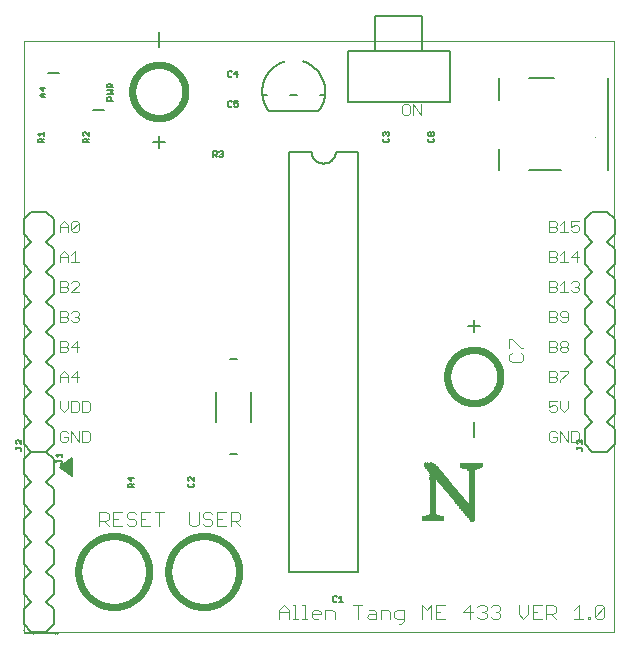
<source format=gto>
G75*
%MOIN*%
%OFA0B0*%
%FSLAX25Y25*%
%IPPOS*%
%LPD*%
%AMOC8*
5,1,8,0,0,1.08239X$1,22.5*
%
%ADD10C,0.00000*%
%ADD11C,0.00300*%
%ADD12C,0.00500*%
%ADD13C,0.00400*%
%ADD14R,0.00006X0.00000*%
%ADD15R,0.00006X0.00000*%
%ADD16R,0.00006X0.00000*%
%ADD17R,0.00006X0.00000*%
%ADD18R,0.00006X0.00000*%
%ADD19R,0.00000X0.00000*%
%ADD20R,0.00000X0.00000*%
%ADD21R,0.00000X0.00000*%
%ADD22R,0.00006X0.00000*%
%ADD23R,0.00005X0.00000*%
%ADD24R,0.00001X0.00000*%
%ADD25R,0.00001X0.00000*%
%ADD26R,0.00001X0.00000*%
%ADD27R,0.00001X0.00000*%
%ADD28R,0.00001X0.00000*%
%ADD29R,0.00001X0.00000*%
%ADD30R,0.00001X0.00000*%
%ADD31R,0.00002X0.00000*%
%ADD32R,0.00006X0.00000*%
%ADD33R,0.00031X0.00000*%
%ADD34R,0.00007X0.00000*%
%ADD35R,0.00031X0.00000*%
%ADD36R,0.00007X0.00000*%
%ADD37R,0.00031X0.00000*%
%ADD38R,0.00007X0.00000*%
%ADD39R,0.00007X0.00000*%
%ADD40R,0.00007X0.00000*%
%ADD41R,0.00007X0.00000*%
%ADD42R,0.00031X0.00000*%
%ADD43R,0.00008X0.00000*%
%ADD44R,0.00007X0.00000*%
%ADD45R,0.00008X0.00000*%
%ADD46R,0.00008X0.00000*%
%ADD47R,0.00008X0.00000*%
%ADD48R,0.00008X0.00000*%
%ADD49R,0.00008X0.00000*%
%ADD50R,0.00008X0.00000*%
%ADD51R,0.00008X0.00000*%
%ADD52R,0.00008X0.00000*%
%ADD53R,0.00009X0.00000*%
%ADD54R,0.00009X0.00000*%
%ADD55R,0.00009X0.00000*%
%ADD56R,0.00009X0.00000*%
%ADD57R,0.00009X0.00000*%
%ADD58R,0.00009X0.00000*%
%ADD59R,0.00009X0.00000*%
%ADD60R,0.00009X0.00000*%
%ADD61R,0.00010X0.00000*%
%ADD62R,0.00009X0.00000*%
%ADD63R,0.00010X0.00000*%
%ADD64R,0.00010X0.00000*%
%ADD65R,0.00010X0.00000*%
%ADD66R,0.00010X0.00000*%
%ADD67R,0.00010X0.00000*%
%ADD68R,0.00010X0.00000*%
%ADD69R,0.00010X0.00000*%
%ADD70R,0.00010X0.00000*%
%ADD71R,0.00011X0.00000*%
%ADD72R,0.00011X0.00000*%
%ADD73R,0.00011X0.00000*%
%ADD74R,0.00031X0.00000*%
%ADD75R,0.00030X0.00000*%
%ADD76R,0.00011X0.00000*%
%ADD77R,0.00029X0.00000*%
%ADD78R,0.00011X0.00000*%
%ADD79R,0.00029X0.00000*%
%ADD80R,0.00011X0.00000*%
%ADD81R,0.00028X0.00000*%
%ADD82R,0.00011X0.00000*%
%ADD83R,0.00027X0.00000*%
%ADD84R,0.00011X0.00000*%
%ADD85R,0.00027X0.00000*%
%ADD86R,0.00011X0.00000*%
%ADD87R,0.00025X0.00000*%
%ADD88R,0.00012X0.00000*%
%ADD89R,0.00025X0.00000*%
%ADD90R,0.00012X0.00000*%
%ADD91R,0.00024X0.00000*%
%ADD92R,0.00023X0.00000*%
%ADD93R,0.00012X0.00000*%
%ADD94R,0.00023X0.00000*%
%ADD95R,0.00012X0.00000*%
%ADD96R,0.00022X0.00000*%
%ADD97R,0.00021X0.00000*%
%ADD98R,0.00000X0.00000*%
%ADD99R,0.00012X0.00000*%
%ADD100R,0.00020X0.00000*%
%ADD101R,0.00012X0.00000*%
%ADD102R,0.00020X0.00000*%
%ADD103R,0.00012X0.00000*%
%ADD104R,0.00019X0.00000*%
%ADD105R,0.00012X0.00000*%
%ADD106R,0.00018X0.00000*%
%ADD107R,0.00017X0.00000*%
%ADD108R,0.00017X0.00000*%
%ADD109R,0.00013X0.00000*%
%ADD110R,0.00016X0.00000*%
%ADD111R,0.00013X0.00000*%
%ADD112R,0.00015X0.00000*%
%ADD113R,0.00013X0.00000*%
%ADD114R,0.00015X0.00000*%
%ADD115R,0.00013X0.00000*%
%ADD116R,0.00014X0.00000*%
%ADD117R,0.00013X0.00000*%
%ADD118R,0.00013X0.00000*%
%ADD119R,0.00013X0.00000*%
%ADD120R,0.00012X0.00000*%
%ADD121R,0.00013X0.00000*%
%ADD122R,0.00012X0.00000*%
%ADD123R,0.00013X0.00000*%
%ADD124R,0.00011X0.00000*%
%ADD125R,0.00013X0.00000*%
%ADD126R,0.00011X0.00000*%
%ADD127R,0.00013X0.00000*%
%ADD128R,0.00014X0.00000*%
%ADD129R,0.00010X0.00000*%
%ADD130R,0.00014X0.00000*%
%ADD131R,0.00014X0.00000*%
%ADD132R,0.00014X0.00000*%
%ADD133R,0.00014X0.00000*%
%ADD134R,0.00010X0.00000*%
%ADD135R,0.00014X0.00000*%
%ADD136R,0.00014X0.00000*%
%ADD137R,0.00014X0.00000*%
%ADD138R,0.00014X0.00000*%
%ADD139R,0.00014X0.00000*%
%ADD140R,0.00015X0.00000*%
%ADD141R,0.00009X0.00000*%
%ADD142R,0.00015X0.00000*%
%ADD143R,0.00015X0.00000*%
%ADD144R,0.00015X0.00000*%
%ADD145R,0.00009X0.00000*%
%ADD146R,0.00015X0.00000*%
%ADD147R,0.00015X0.00000*%
%ADD148R,0.00015X0.00000*%
%ADD149R,0.00015X0.00000*%
%ADD150R,0.00016X0.00000*%
%ADD151R,0.00015X0.00000*%
%ADD152R,0.00016X0.00000*%
%ADD153R,0.00016X0.00000*%
%ADD154R,0.00016X0.00000*%
%ADD155R,0.00016X0.00000*%
%ADD156R,0.00016X0.00000*%
%ADD157R,0.00016X0.00000*%
%ADD158R,0.00016X0.00000*%
%ADD159R,0.00016X0.00000*%
%ADD160R,0.00016X0.00000*%
%ADD161R,0.00017X0.00000*%
%ADD162R,0.00017X0.00000*%
%ADD163R,0.00017X0.00000*%
%ADD164R,0.00017X0.00000*%
%ADD165R,0.00017X0.00000*%
%ADD166R,0.00017X0.00000*%
%ADD167R,0.00017X0.00000*%
%ADD168R,0.00017X0.00000*%
%ADD169R,0.00018X0.00000*%
%ADD170R,0.00018X0.00000*%
%ADD171R,0.00018X0.00000*%
%ADD172R,0.00018X0.00000*%
%ADD173R,0.00018X0.00000*%
%ADD174R,0.00018X0.00000*%
%ADD175R,0.00018X0.00000*%
%ADD176R,0.00019X0.00000*%
%ADD177R,0.00019X0.00000*%
%ADD178R,0.00019X0.00000*%
%ADD179R,0.00019X0.00000*%
%ADD180R,0.00019X0.00000*%
%ADD181R,0.00019X0.00000*%
%ADD182R,0.00009X0.00000*%
%ADD183R,0.00019X0.00000*%
%ADD184R,0.00019X0.00000*%
%ADD185R,0.00020X0.00000*%
%ADD186R,0.00020X0.00000*%
%ADD187R,0.00020X0.00000*%
%ADD188R,0.00020X0.00000*%
%ADD189R,0.00020X0.00000*%
%ADD190R,0.00020X0.00000*%
%ADD191R,0.00020X0.00000*%
%ADD192R,0.00020X0.00000*%
%ADD193R,0.00021X0.00000*%
%ADD194R,0.00021X0.00000*%
%ADD195R,0.00021X0.00000*%
%ADD196R,0.00021X0.00000*%
%ADD197R,0.00021X0.00000*%
%ADD198R,0.00021X0.00000*%
%ADD199R,0.00021X0.00000*%
%ADD200R,0.00021X0.00000*%
%ADD201R,0.00022X0.00000*%
%ADD202R,0.00022X0.00000*%
%ADD203R,0.00022X0.00000*%
%ADD204R,0.00022X0.00000*%
%ADD205R,0.00022X0.00000*%
%ADD206R,0.00009X0.00000*%
%ADD207R,0.00022X0.00000*%
%ADD208R,0.00022X0.00000*%
%ADD209R,0.00022X0.00000*%
%ADD210R,0.00022X0.00000*%
%ADD211R,0.00023X0.00000*%
%ADD212R,0.00023X0.00000*%
%ADD213R,0.00023X0.00000*%
%ADD214R,0.00023X0.00000*%
%ADD215R,0.00023X0.00000*%
%ADD216R,0.00023X0.00000*%
%ADD217R,0.00023X0.00000*%
%ADD218R,0.00023X0.00000*%
%ADD219R,0.00023X0.00000*%
%ADD220R,0.00023X0.00000*%
%ADD221R,0.00023X0.00000*%
%ADD222R,0.00024X0.00000*%
%ADD223R,0.00024X0.00000*%
%ADD224R,0.00024X0.00000*%
%ADD225R,0.00024X0.00000*%
%ADD226R,0.00024X0.00000*%
%ADD227R,0.00024X0.00000*%
%ADD228R,0.00024X0.00000*%
%ADD229R,0.00024X0.00000*%
%ADD230R,0.00025X0.00000*%
%ADD231R,0.00025X0.00000*%
%ADD232R,0.00025X0.00000*%
%ADD233R,0.00025X0.00000*%
%ADD234R,0.00025X0.00000*%
%ADD235R,0.00025X0.00000*%
%ADD236R,0.00025X0.00000*%
%ADD237R,0.00025X0.00000*%
%ADD238R,0.00026X0.00000*%
%ADD239R,0.00026X0.00000*%
%ADD240R,0.00026X0.00000*%
%ADD241R,0.00026X0.00000*%
%ADD242R,0.00026X0.00000*%
%ADD243R,0.00026X0.00000*%
%ADD244R,0.00026X0.00000*%
%ADD245R,0.00026X0.00000*%
%ADD246R,0.00026X0.00000*%
%ADD247R,0.00026X0.00000*%
%ADD248R,0.00027X0.00000*%
%ADD249R,0.00027X0.00000*%
%ADD250R,0.00027X0.00000*%
%ADD251R,0.00018X0.00000*%
%ADD252R,0.00018X0.00000*%
%ADD253R,0.00009X0.00000*%
%ADD254R,0.00009X0.00000*%
%ADD255R,0.00018X0.00000*%
%ADD256R,0.00009X0.00000*%
%ADD257R,0.00018X0.00000*%
%ADD258R,0.00009X0.00000*%
%ADD259R,0.00018X0.00000*%
%ADD260R,0.00018X0.00000*%
%ADD261R,0.00018X0.00000*%
%ADD262R,0.00018X0.00000*%
%ADD263R,0.00018X0.00000*%
%ADD264R,0.00018X0.00000*%
%ADD265R,0.00018X0.00000*%
%ADD266R,0.00009X0.00000*%
%ADD267R,0.00026X0.00000*%
%ADD268R,0.00026X0.00000*%
%ADD269R,0.00026X0.00000*%
%ADD270R,0.00025X0.00000*%
%ADD271R,0.00025X0.00000*%
%ADD272R,0.00024X0.00000*%
%ADD273R,0.00024X0.00000*%
%ADD274R,0.00024X0.00000*%
%ADD275R,0.00024X0.00000*%
%ADD276R,0.00023X0.00000*%
%ADD277R,0.00023X0.00000*%
%ADD278R,0.00023X0.00000*%
%ADD279R,0.00022X0.00000*%
%ADD280R,0.00021X0.00000*%
%ADD281R,0.00021X0.00000*%
%ADD282R,0.00021X0.00000*%
%ADD283R,0.00020X0.00000*%
%ADD284R,0.00020X0.00000*%
%ADD285R,0.00020X0.00000*%
%ADD286R,0.00020X0.00000*%
%ADD287R,0.00019X0.00000*%
%ADD288R,0.00019X0.00000*%
%ADD289R,0.00019X0.00000*%
%ADD290R,0.00018X0.00000*%
%ADD291R,0.00018X0.00000*%
%ADD292R,0.00018X0.00000*%
%ADD293R,0.00009X0.00000*%
%ADD294R,0.00018X0.00000*%
%ADD295R,0.00010X0.00000*%
%ADD296R,0.00018X0.00000*%
%ADD297R,0.00010X0.00000*%
%ADD298R,0.00010X0.00000*%
%ADD299R,0.00018X0.00000*%
%ADD300R,0.00018X0.00000*%
%ADD301R,0.00011X0.00000*%
%ADD302R,0.00011X0.00000*%
%ADD303R,0.00012X0.00000*%
%ADD304R,0.00014X0.00000*%
%ADD305R,0.00018X0.00000*%
%ADD306R,0.00015X0.00000*%
%ADD307R,0.00017X0.00000*%
%ADD308R,0.00018X0.00000*%
%ADD309R,0.00021X0.00000*%
%ADD310R,0.00022X0.00000*%
%ADD311R,0.00027X0.00000*%
%ADD312R,0.00028X0.00000*%
%ADD313R,0.00028X0.00000*%
%ADD314R,0.00029X0.00000*%
%ADD315R,0.00030X0.00000*%
%ADD316R,0.00030X0.00000*%
%ADD317R,0.00030X0.00000*%
%ADD318R,0.00018X0.00000*%
%ADD319R,0.00031X0.00000*%
%ADD320R,0.00031X0.00000*%
%ADD321R,0.00031X0.00000*%
%ADD322R,0.00031X0.00000*%
%ADD323R,0.00032X0.00000*%
%ADD324R,0.00031X0.00000*%
%ADD325R,0.00031X0.00000*%
%ADD326R,0.00017X0.00000*%
%ADD327R,0.00017X0.00000*%
%ADD328R,0.00032X0.00000*%
%ADD329R,0.00017X0.00000*%
%ADD330R,0.00016X0.00000*%
%ADD331R,0.00016X0.00000*%
%ADD332R,0.00016X0.00000*%
%ADD333R,0.00015X0.00000*%
%ADD334R,0.00015X0.00000*%
%ADD335R,0.00015X0.00000*%
%ADD336R,0.00000X0.00000*%
%ADD337R,0.00002X0.00000*%
%ADD338R,0.00002X0.00000*%
%ADD339R,0.00001X0.00000*%
%ADD340R,0.00001X0.00000*%
%ADD341R,0.00002X0.00000*%
%ADD342R,0.00000X0.00000*%
%ADD343R,0.00001X0.00000*%
%ADD344R,0.00002X0.00000*%
%ADD345R,0.00118X0.00118*%
%ADD346R,0.01535X0.00118*%
%ADD347R,0.07323X0.00118*%
%ADD348R,0.07205X0.00118*%
%ADD349R,0.01654X0.00118*%
%ADD350R,0.07441X0.00118*%
%ADD351R,0.01772X0.00118*%
%ADD352R,0.01890X0.00118*%
%ADD353R,0.02008X0.00118*%
%ADD354R,0.02126X0.00118*%
%ADD355R,0.02244X0.00118*%
%ADD356R,0.02362X0.00118*%
%ADD357R,0.02480X0.00118*%
%ADD358R,0.02598X0.00118*%
%ADD359R,0.06496X0.00118*%
%ADD360R,0.02717X0.00118*%
%ADD361R,0.05551X0.00118*%
%ADD362R,0.04606X0.00118*%
%ADD363R,0.02835X0.00118*%
%ADD364R,0.03780X0.00118*%
%ADD365R,0.02953X0.00118*%
%ADD366R,0.03071X0.00118*%
%ADD367R,0.03189X0.00118*%
%ADD368R,0.03307X0.00118*%
%ADD369R,0.03425X0.00118*%
%ADD370R,0.03543X0.00118*%
%ADD371R,0.03661X0.00118*%
%ADD372R,0.03898X0.00118*%
%ADD373R,0.04016X0.00118*%
%ADD374R,0.04134X0.00118*%
%ADD375R,0.04252X0.00118*%
%ADD376R,0.04370X0.00118*%
%ADD377R,0.04488X0.00118*%
%ADD378R,0.04724X0.00118*%
%ADD379R,0.04961X0.00118*%
%ADD380R,0.05079X0.00118*%
%ADD381R,0.05197X0.00118*%
%ADD382R,0.05315X0.00118*%
%ADD383R,0.05433X0.00118*%
%ADD384R,0.05669X0.00118*%
%ADD385R,0.05787X0.00118*%
%ADD386R,0.05906X0.00118*%
%ADD387R,0.06024X0.00118*%
%ADD388R,0.06142X0.00118*%
%ADD389R,0.06260X0.00118*%
%ADD390R,0.06378X0.00118*%
%ADD391R,0.04843X0.00118*%
%ADD392R,0.06614X0.00118*%
%ADD393C,0.00800*%
%ADD394C,0.00600*%
%ADD395C,0.02400*%
D10*
X0005060Y0003000D02*
X0005218Y0003236D01*
X0005277Y0003236D02*
X0005277Y0003039D01*
X0005317Y0003000D01*
X0005396Y0003000D01*
X0005435Y0003039D01*
X0005435Y0003236D01*
X0005534Y0003158D02*
X0005653Y0003158D01*
X0005713Y0003118D02*
X0005752Y0003158D01*
X0005831Y0003158D01*
X0005870Y0003118D01*
X0005870Y0003079D01*
X0005713Y0003079D01*
X0005713Y0003118D02*
X0005713Y0003039D01*
X0005752Y0003000D01*
X0005831Y0003000D01*
X0005930Y0003000D02*
X0005930Y0003158D01*
X0006009Y0003158D02*
X0006048Y0003158D01*
X0006009Y0003158D02*
X0005930Y0003079D01*
X0006111Y0003118D02*
X0006151Y0003158D01*
X0006269Y0003158D01*
X0006229Y0003079D02*
X0006151Y0003079D01*
X0006111Y0003118D01*
X0006111Y0003000D02*
X0006229Y0003000D01*
X0006269Y0003039D01*
X0006229Y0003079D01*
X0006329Y0003000D02*
X0006486Y0003236D01*
X0006586Y0003158D02*
X0006664Y0003158D01*
X0006704Y0003118D01*
X0006704Y0003000D01*
X0006586Y0003000D01*
X0006546Y0003039D01*
X0006586Y0003079D01*
X0006704Y0003079D01*
X0006764Y0003000D02*
X0006843Y0003000D01*
X0006803Y0003000D02*
X0006803Y0003236D01*
X0006764Y0003236D01*
X0006909Y0003236D02*
X0006948Y0003236D01*
X0006948Y0003000D01*
X0006909Y0003000D02*
X0006988Y0003000D01*
X0007054Y0003039D02*
X0007054Y0003118D01*
X0007093Y0003158D01*
X0007172Y0003158D01*
X0007211Y0003118D01*
X0007211Y0003079D01*
X0007054Y0003079D01*
X0007054Y0003039D02*
X0007093Y0003000D01*
X0007172Y0003000D01*
X0007271Y0003000D02*
X0007271Y0003158D01*
X0007390Y0003158D01*
X0007429Y0003118D01*
X0007429Y0003000D01*
X0007528Y0003039D02*
X0007568Y0003000D01*
X0007528Y0003039D02*
X0007528Y0003197D01*
X0007489Y0003158D02*
X0007568Y0003158D01*
X0007673Y0003158D02*
X0007752Y0003158D01*
X0007791Y0003118D01*
X0007791Y0003000D01*
X0007673Y0003000D01*
X0007634Y0003039D01*
X0007673Y0003079D01*
X0007791Y0003079D01*
X0007851Y0003158D02*
X0007970Y0003158D01*
X0008009Y0003118D01*
X0008009Y0003000D01*
X0008069Y0003039D02*
X0008108Y0003000D01*
X0008226Y0003000D01*
X0008226Y0002961D02*
X0008226Y0003158D01*
X0008108Y0003158D01*
X0008069Y0003118D01*
X0008069Y0003039D01*
X0008148Y0002921D02*
X0008187Y0002921D01*
X0008226Y0002961D01*
X0008286Y0003000D02*
X0008444Y0003000D01*
X0008504Y0003039D02*
X0008543Y0003000D01*
X0008622Y0003000D01*
X0008661Y0003039D01*
X0008661Y0003197D01*
X0008622Y0003236D01*
X0008543Y0003236D01*
X0008504Y0003197D01*
X0008504Y0003158D01*
X0008543Y0003118D01*
X0008661Y0003118D01*
X0008721Y0003158D02*
X0008761Y0003118D01*
X0008879Y0003118D01*
X0008939Y0003118D02*
X0009057Y0003118D01*
X0009096Y0003079D01*
X0009096Y0003039D01*
X0009057Y0003000D01*
X0008978Y0003000D01*
X0008939Y0003039D01*
X0008939Y0003118D01*
X0009018Y0003197D01*
X0009096Y0003236D01*
X0009314Y0003236D02*
X0009156Y0003000D01*
X0009374Y0003000D02*
X0009492Y0003000D01*
X0009531Y0003039D01*
X0009531Y0003197D01*
X0009492Y0003236D01*
X0009374Y0003236D01*
X0009374Y0003000D01*
X0009591Y0003039D02*
X0009631Y0003000D01*
X0009710Y0003000D01*
X0009749Y0003039D01*
X0009749Y0003118D01*
X0009710Y0003158D01*
X0009631Y0003158D01*
X0009591Y0003118D01*
X0009591Y0003039D01*
X0009809Y0003039D02*
X0009848Y0003000D01*
X0009888Y0003039D01*
X0009927Y0003000D01*
X0009966Y0003039D01*
X0009966Y0003158D01*
X0010026Y0003158D02*
X0010145Y0003158D01*
X0010184Y0003118D01*
X0010184Y0003000D01*
X0010244Y0003000D02*
X0010323Y0003000D01*
X0010283Y0003000D02*
X0010283Y0003236D01*
X0010244Y0003236D01*
X0010389Y0003118D02*
X0010389Y0003039D01*
X0010428Y0003000D01*
X0010507Y0003000D01*
X0010547Y0003039D01*
X0010547Y0003118D01*
X0010507Y0003158D01*
X0010428Y0003158D01*
X0010389Y0003118D01*
X0010606Y0003039D02*
X0010646Y0003079D01*
X0010764Y0003079D01*
X0010764Y0003118D02*
X0010764Y0003000D01*
X0010646Y0003000D01*
X0010606Y0003039D01*
X0010646Y0003158D02*
X0010725Y0003158D01*
X0010764Y0003118D01*
X0010824Y0003118D02*
X0010863Y0003158D01*
X0010982Y0003158D01*
X0011041Y0003118D02*
X0011081Y0003158D01*
X0011199Y0003158D01*
X0011160Y0003079D02*
X0011081Y0003079D01*
X0011041Y0003118D01*
X0011041Y0003000D02*
X0011160Y0003000D01*
X0011199Y0003039D01*
X0011160Y0003079D01*
X0011259Y0003000D02*
X0011417Y0003236D01*
X0011476Y0003158D02*
X0011595Y0003158D01*
X0011634Y0003118D01*
X0011634Y0003000D01*
X0011694Y0003039D02*
X0011733Y0003000D01*
X0011812Y0003000D01*
X0011852Y0003039D01*
X0011852Y0003118D01*
X0011812Y0003158D01*
X0011733Y0003158D01*
X0011694Y0003118D01*
X0011694Y0003039D01*
X0011911Y0003000D02*
X0011911Y0003158D01*
X0011911Y0003079D02*
X0011990Y0003158D01*
X0012030Y0003158D01*
X0012093Y0003158D02*
X0012172Y0003158D01*
X0012132Y0003197D02*
X0012132Y0003039D01*
X0012172Y0003000D01*
X0012238Y0003000D02*
X0012238Y0003236D01*
X0012277Y0003158D02*
X0012356Y0003158D01*
X0012395Y0003118D01*
X0012395Y0003000D01*
X0012455Y0003039D02*
X0012495Y0003000D01*
X0012534Y0003039D01*
X0012573Y0003000D01*
X0012613Y0003039D01*
X0012613Y0003158D01*
X0012673Y0003118D02*
X0012712Y0003158D01*
X0012791Y0003158D01*
X0012830Y0003118D01*
X0012830Y0003079D01*
X0012673Y0003079D01*
X0012673Y0003118D02*
X0012673Y0003039D01*
X0012712Y0003000D01*
X0012791Y0003000D01*
X0012890Y0003000D02*
X0013008Y0003000D01*
X0013048Y0003039D01*
X0013008Y0003079D01*
X0012930Y0003079D01*
X0012890Y0003118D01*
X0012930Y0003158D01*
X0013048Y0003158D01*
X0013108Y0003158D02*
X0013187Y0003158D01*
X0013147Y0003197D02*
X0013147Y0003039D01*
X0013187Y0003000D01*
X0013253Y0003039D02*
X0013253Y0003118D01*
X0013292Y0003158D01*
X0013371Y0003158D01*
X0013410Y0003118D01*
X0013410Y0003079D01*
X0013253Y0003079D01*
X0013253Y0003039D02*
X0013292Y0003000D01*
X0013371Y0003000D01*
X0013470Y0003000D02*
X0013470Y0003158D01*
X0013549Y0003158D02*
X0013588Y0003158D01*
X0013549Y0003158D02*
X0013470Y0003079D01*
X0013652Y0003158D02*
X0013770Y0003158D01*
X0013809Y0003118D01*
X0013809Y0003000D01*
X0013869Y0003118D02*
X0014027Y0003118D01*
X0014087Y0003158D02*
X0014087Y0003039D01*
X0014126Y0003000D01*
X0014244Y0003000D01*
X0014244Y0003158D01*
X0014304Y0003158D02*
X0014422Y0003158D01*
X0014462Y0003118D01*
X0014462Y0003000D01*
X0014522Y0003000D02*
X0014600Y0003000D01*
X0014561Y0003000D02*
X0014561Y0003158D01*
X0014522Y0003158D01*
X0014561Y0003236D02*
X0014561Y0003276D01*
X0014667Y0003118D02*
X0014824Y0003118D01*
X0014884Y0003000D02*
X0014963Y0003000D01*
X0014923Y0003000D02*
X0014923Y0003236D01*
X0014884Y0003236D01*
X0015029Y0003118D02*
X0015029Y0003039D01*
X0015068Y0003000D01*
X0015147Y0003000D01*
X0015187Y0003039D01*
X0015187Y0003118D01*
X0015147Y0003158D01*
X0015068Y0003158D01*
X0015029Y0003118D01*
X0015247Y0003118D02*
X0015247Y0003039D01*
X0015286Y0003000D01*
X0015404Y0003000D01*
X0015404Y0002961D02*
X0015404Y0003158D01*
X0015286Y0003158D01*
X0015247Y0003118D01*
X0015325Y0002921D02*
X0015365Y0002921D01*
X0015404Y0002961D01*
X0015464Y0003039D02*
X0015503Y0003000D01*
X0015582Y0003000D01*
X0015622Y0003039D01*
X0015622Y0003118D01*
X0015582Y0003158D01*
X0015503Y0003158D01*
X0015464Y0003118D01*
X0015464Y0003039D01*
X0015682Y0003039D02*
X0015721Y0003039D01*
X0015721Y0003000D01*
X0015682Y0003000D01*
X0015682Y0003039D01*
X0015790Y0003000D02*
X0015909Y0003000D01*
X0015948Y0003039D01*
X0015948Y0003118D01*
X0015909Y0003158D01*
X0015790Y0003158D01*
X0015790Y0003236D02*
X0015790Y0003000D01*
X0016008Y0003000D02*
X0016008Y0003158D01*
X0016047Y0003158D01*
X0016087Y0003118D01*
X0016126Y0003158D01*
X0016165Y0003118D01*
X0016165Y0003000D01*
X0016225Y0003000D02*
X0016344Y0003000D01*
X0016383Y0003039D01*
X0016383Y0003118D01*
X0016344Y0003158D01*
X0016225Y0003158D01*
X0016225Y0002921D01*
X0016087Y0003000D02*
X0016087Y0003118D01*
X0014304Y0003158D02*
X0014304Y0003000D01*
X0013652Y0003000D02*
X0013652Y0003158D01*
X0012455Y0003158D02*
X0012455Y0003039D01*
X0012277Y0003158D02*
X0012238Y0003118D01*
X0011476Y0003158D02*
X0011476Y0003000D01*
X0010982Y0003000D02*
X0010863Y0003000D01*
X0010824Y0003039D01*
X0010824Y0003118D01*
X0010982Y0003236D02*
X0010982Y0003000D01*
X0010026Y0003000D02*
X0010026Y0003158D01*
X0009809Y0003158D02*
X0009809Y0003039D01*
X0008879Y0003039D02*
X0008879Y0003197D01*
X0008840Y0003236D01*
X0008761Y0003236D01*
X0008721Y0003197D01*
X0008721Y0003158D01*
X0008721Y0003039D02*
X0008761Y0003000D01*
X0008840Y0003000D01*
X0008879Y0003039D01*
X0008365Y0003000D02*
X0008365Y0003236D01*
X0008286Y0003158D01*
X0007851Y0003158D02*
X0007851Y0003000D01*
X0005653Y0003039D02*
X0005613Y0003079D01*
X0005534Y0003079D01*
X0005495Y0003118D01*
X0005534Y0003158D01*
X0005495Y0003000D02*
X0005613Y0003000D01*
X0005653Y0003039D01*
X0005075Y0003590D02*
X0005075Y0003590D01*
X0005075Y0003590D01*
X0005075Y0003590D01*
X0005075Y0003590D01*
X0005075Y0003590D01*
X0005075Y0003590D01*
X0005075Y0003590D01*
X0005075Y0003590D01*
X0005075Y0003590D01*
X0005075Y0003590D01*
X0005075Y0003590D01*
X0005075Y0003590D01*
X0005075Y0003590D01*
X0005075Y0003590D01*
X0005075Y0003590D01*
X0005075Y0003590D01*
X0005075Y0003590D01*
X0005075Y0003590D01*
X0005075Y0003590D01*
X0005075Y0003590D01*
X0005075Y0003590D01*
X0005075Y0003590D01*
X0005075Y0003590D01*
X0005075Y0003590D01*
X0005075Y0003590D01*
X0005075Y0003590D01*
X0005075Y0003590D01*
X0005075Y0003590D01*
X0005075Y0003590D01*
X0005075Y0003590D01*
X0005075Y0003590D01*
X0005075Y0003590D01*
X0005075Y0003590D01*
X0005075Y0003590D01*
X0005075Y0003590D01*
X0005075Y0003590D01*
X0005075Y0003590D01*
X0005075Y0003590D01*
X0005075Y0003590D01*
X0005075Y0003590D01*
X0005075Y0003590D01*
X0005075Y0003590D01*
X0005074Y0003590D01*
X0005074Y0003590D01*
X0005074Y0003590D01*
X0005074Y0003590D01*
X0005074Y0003590D01*
X0005074Y0003590D01*
X0005074Y0003590D01*
X0005074Y0003590D01*
X0005074Y0003590D01*
X0005074Y0003590D01*
X0005074Y0003590D01*
X0005074Y0003590D01*
X0005074Y0003590D01*
X0005074Y0003590D01*
X0005074Y0003590D01*
X0005074Y0003590D01*
X0005074Y0003590D01*
X0005074Y0003590D01*
X0005074Y0003590D01*
X0005073Y0003590D01*
X0005073Y0003590D01*
X0005073Y0003590D01*
X0005073Y0003590D01*
X0005073Y0003590D01*
X0005073Y0003590D01*
X0005073Y0003590D01*
X0005073Y0003590D01*
X0005073Y0003590D01*
X0005073Y0003590D01*
X0005073Y0003590D01*
X0005073Y0003590D01*
X0005073Y0003590D01*
X0005073Y0003590D01*
X0005073Y0003590D01*
X0005073Y0003590D01*
X0005073Y0003590D01*
X0005073Y0003590D01*
X0005073Y0003590D01*
X0005073Y0003590D01*
X0005073Y0003590D01*
X0005073Y0003590D01*
X0005073Y0003590D01*
X0005073Y0003590D01*
X0005073Y0003590D01*
X0005073Y0003590D01*
X0005073Y0003590D01*
X0005073Y0003590D01*
X0005073Y0003590D01*
X0005073Y0003590D01*
X0005073Y0003590D01*
X0005073Y0003590D01*
X0005073Y0003590D01*
X0005073Y0003590D01*
X0005073Y0003590D01*
X0005072Y0003590D01*
X0005072Y0003590D01*
X0005072Y0003590D01*
X0005072Y0003590D01*
X0005072Y0003590D01*
X0005072Y0003590D01*
X0005072Y0003590D01*
X0005072Y0003590D01*
X0005072Y0003590D01*
X0005072Y0003590D01*
X0005072Y0003590D01*
X0005072Y0003590D01*
X0005072Y0003590D01*
X0005072Y0003590D01*
X0005072Y0003590D01*
X0005072Y0003590D01*
X0005072Y0003590D01*
X0005072Y0003590D01*
X0005072Y0003590D01*
X0005072Y0003590D01*
X0005072Y0003590D01*
X0005072Y0003590D01*
X0005072Y0003590D01*
X0005072Y0003590D01*
X0005072Y0003590D01*
X0005072Y0003590D01*
X0005072Y0003590D01*
X0005072Y0003590D01*
X0005071Y0003590D01*
X0005071Y0003590D01*
X0005071Y0003590D01*
X0005071Y0003590D01*
X0005071Y0003590D01*
X0005071Y0003590D01*
X0005071Y0003590D01*
X0005071Y0003590D01*
X0005071Y0003590D01*
X0005071Y0003590D01*
X0005071Y0003590D01*
X0005071Y0003590D01*
X0005071Y0003590D01*
X0005071Y0003590D01*
X0005071Y0003590D01*
X0005071Y0003590D01*
X0005071Y0003590D01*
X0005071Y0003590D01*
X0005071Y0003590D01*
X0005071Y0003590D01*
X0005071Y0003590D01*
X0005071Y0003590D01*
X0005071Y0003590D01*
X0005071Y0003590D01*
X0005071Y0003590D01*
X0005071Y0003590D01*
X0005071Y0003590D01*
X0005071Y0003590D01*
X0005071Y0003590D01*
X0005071Y0003590D01*
X0005071Y0003590D01*
X0005070Y0003590D01*
X0005070Y0003590D01*
X0005070Y0003590D01*
X0005070Y0003590D01*
X0005070Y0003590D01*
X0005070Y0003590D01*
X0005070Y0003590D01*
X0005070Y0003590D01*
X0005070Y0003590D01*
X0005070Y0003590D01*
X0005070Y0003590D01*
X0005070Y0003590D01*
X0005070Y0003590D01*
X0005070Y0003590D01*
X0005070Y0003590D01*
X0005070Y0003590D01*
X0005070Y0003590D01*
X0005070Y0003590D01*
X0005070Y0003590D01*
X0005070Y0003590D01*
X0005070Y0003590D01*
X0005070Y0003590D01*
X0005070Y0003590D01*
X0005070Y0003590D01*
X0005070Y0003590D01*
X0005070Y0003590D01*
X0005069Y0003590D02*
X0005069Y0003590D01*
X0005069Y0003590D01*
X0005069Y0003590D01*
X0005069Y0003590D01*
X0005069Y0003590D01*
X0005069Y0003590D01*
X0005069Y0003590D01*
X0005069Y0003590D01*
X0005069Y0003590D01*
X0005069Y0003590D01*
X0005069Y0003590D01*
X0005069Y0003590D01*
X0005069Y0003590D01*
X0005069Y0003590D01*
X0005069Y0003590D01*
X0005069Y0003590D01*
X0005069Y0003590D01*
X0005069Y0003590D01*
X0005069Y0003590D01*
X0005069Y0003590D01*
X0005069Y0003590D01*
X0005069Y0003590D01*
X0005069Y0003590D01*
X0005069Y0003590D01*
X0005069Y0003590D01*
X0005069Y0003590D01*
X0005069Y0003590D01*
X0005069Y0003590D01*
X0005069Y0003590D01*
X0005069Y0003590D01*
X0005069Y0003590D01*
X0005069Y0003590D01*
X0005069Y0003590D01*
X0005069Y0003590D01*
X0005069Y0003590D01*
X0005069Y0003590D01*
X0005069Y0003590D01*
X0005068Y0003590D01*
X0005068Y0003590D01*
X0005068Y0003590D01*
X0005068Y0003590D01*
X0005068Y0003590D01*
X0005068Y0003590D01*
X0005068Y0003590D01*
X0005068Y0003590D01*
X0005068Y0003590D01*
X0005068Y0003590D01*
X0005068Y0003590D01*
X0005068Y0003590D01*
X0005068Y0003590D01*
X0005068Y0003590D01*
X0005068Y0003590D01*
X0005068Y0003590D01*
X0005068Y0003590D01*
X0005068Y0003590D01*
X0005068Y0003590D01*
X0005068Y0003590D01*
X0005068Y0003590D01*
X0005068Y0003590D01*
X0005068Y0003590D01*
X0005068Y0003590D01*
X0005067Y0003590D01*
X0005067Y0003590D01*
X0005067Y0003590D01*
X0005067Y0003590D01*
X0005067Y0003590D01*
X0005067Y0003590D01*
X0005067Y0003590D01*
X0005067Y0003590D01*
X0005067Y0003590D01*
X0005067Y0003590D01*
X0005067Y0003590D01*
X0005067Y0003590D01*
X0005067Y0003590D01*
X0005067Y0003590D01*
X0005067Y0003590D01*
X0005067Y0003590D01*
X0005067Y0003590D01*
X0005067Y0003590D01*
X0005066Y0003590D01*
X0005066Y0003590D01*
X0005066Y0003590D01*
X0005066Y0003590D01*
X0005066Y0003590D01*
X0005066Y0003590D01*
X0005066Y0003590D01*
X0005066Y0003590D01*
X0005066Y0003590D01*
X0005066Y0003590D01*
X0005066Y0003590D01*
X0005066Y0003590D01*
X0005066Y0003590D01*
X0005066Y0003590D01*
X0005066Y0003590D01*
X0005066Y0003590D01*
X0005066Y0003590D01*
X0005066Y0003590D01*
X0005066Y0003590D01*
X0005066Y0003590D01*
X0005066Y0003590D01*
X0005066Y0003590D01*
X0005066Y0003590D01*
X0005066Y0003590D01*
X0005066Y0003590D01*
X0005066Y0003590D01*
X0005066Y0003590D01*
X0005066Y0003590D01*
X0005066Y0003590D01*
X0005066Y0003590D01*
X0005066Y0003590D01*
X0005066Y0003590D01*
X0005066Y0003590D01*
X0005066Y0003590D01*
X0005066Y0003590D01*
X0005066Y0003590D01*
X0005067Y0003590D01*
X0005067Y0003590D01*
X0005067Y0003590D01*
X0005067Y0003590D01*
X0005066Y0003590D01*
X0005065Y0003590D01*
X0005065Y0003590D01*
X0005065Y0003590D01*
X0005065Y0003590D01*
X0005065Y0003590D01*
X0005065Y0003590D01*
X0005065Y0003590D01*
X0005065Y0003590D01*
X0005065Y0003590D01*
X0005065Y0003590D01*
X0005065Y0003590D01*
X0005065Y0003590D01*
X0005065Y0003590D01*
X0005065Y0003590D01*
X0005065Y0003590D01*
X0005065Y0003590D01*
X0005065Y0003590D01*
X0005065Y0003590D01*
X0005065Y0003590D01*
X0005065Y0003590D01*
X0005065Y0003590D01*
X0005065Y0003590D01*
X0005065Y0003590D01*
X0005065Y0003590D01*
X0005065Y0003590D01*
X0005065Y0003590D01*
X0005065Y0003590D01*
X0005064Y0003590D01*
X0005064Y0003590D01*
X0005064Y0003590D01*
X0005064Y0003590D01*
X0005064Y0003590D01*
X0005064Y0003590D01*
X0005064Y0003590D01*
X0005064Y0003590D01*
X0005064Y0003590D01*
X0005064Y0003590D01*
X0005064Y0003590D01*
X0005064Y0003590D01*
X0005064Y0003590D01*
X0005064Y0003590D01*
X0005064Y0003590D01*
X0005064Y0003590D01*
X0005064Y0003590D01*
X0005064Y0003590D01*
X0005064Y0003590D01*
X0005064Y0003590D01*
X0005064Y0003590D01*
X0005064Y0003590D01*
X0005064Y0003590D01*
X0005064Y0003590D01*
X0005064Y0003590D01*
X0005064Y0003590D01*
X0005064Y0003590D01*
X0005064Y0003590D01*
X0005064Y0003590D01*
X0005064Y0003590D01*
X0005064Y0003590D01*
X0005064Y0003590D01*
X0005064Y0003590D01*
X0005064Y0003590D01*
X0005064Y0003590D01*
X0005063Y0003590D01*
X0005063Y0003590D01*
X0005063Y0003590D01*
X0005063Y0003590D01*
X0005063Y0003590D01*
X0005063Y0003590D01*
X0005063Y0003590D01*
X0005063Y0003590D01*
X0005063Y0003590D01*
X0005063Y0003590D01*
X0005063Y0003590D01*
X0005063Y0003590D01*
X0005063Y0003590D01*
X0005063Y0003590D01*
X0005063Y0003590D01*
X0005063Y0003590D01*
X0005063Y0003590D01*
X0005063Y0003590D01*
X0005063Y0003590D01*
X0005063Y0003590D01*
X0005063Y0003590D01*
X0005063Y0003590D01*
X0005063Y0003590D01*
X0005063Y0003590D01*
X0005063Y0003590D01*
X0005063Y0003590D01*
X0005063Y0003590D01*
X0005063Y0003590D01*
X0005063Y0003590D01*
X0005063Y0003590D01*
X0005063Y0003590D01*
X0005063Y0003590D01*
X0005063Y0003590D01*
X0005063Y0003590D01*
X0005063Y0003590D01*
X0005063Y0003590D01*
X0005063Y0003590D01*
X0005062Y0003590D02*
X0005062Y0003590D01*
X0005062Y0003590D01*
X0005062Y0003590D01*
X0005062Y0003590D01*
X0005062Y0003590D01*
X0005062Y0003590D01*
X0005062Y0003590D01*
X0005062Y0003590D01*
X0005062Y0003590D01*
X0005062Y0003590D01*
X0005062Y0003590D01*
X0005062Y0003590D01*
X0005062Y0003590D01*
X0005062Y0003590D01*
X0005062Y0003590D01*
X0005062Y0003590D01*
X0005062Y0003590D01*
X0005062Y0003590D01*
X0005062Y0003590D01*
X0005062Y0003590D01*
X0005062Y0003590D01*
X0005062Y0003590D01*
X0005062Y0003590D01*
X0005062Y0003590D01*
X0005062Y0003590D01*
X0005062Y0003590D01*
X0005062Y0003590D01*
X0005062Y0003590D01*
X0005062Y0003590D01*
X0005062Y0003590D01*
X0005062Y0003590D01*
X0005062Y0003590D01*
X0005062Y0003590D01*
X0005061Y0003590D01*
X0005061Y0003590D01*
X0005061Y0003590D01*
X0005061Y0003590D01*
X0005061Y0003590D01*
X0005061Y0003590D01*
X0005061Y0003590D01*
X0005061Y0003590D01*
X0005061Y0003590D01*
X0005061Y0003590D01*
X0005061Y0003590D01*
X0005061Y0003590D01*
X0005061Y0003590D01*
X0005061Y0003590D01*
X0005061Y0003590D01*
X0005061Y0003590D01*
X0005061Y0003590D01*
X0005061Y0003590D01*
X0005061Y0003590D01*
X0005061Y0003590D01*
X0005061Y0003590D01*
X0005061Y0003590D01*
X0005061Y0003590D01*
X0005061Y0003590D01*
X0005061Y0003590D01*
X0005061Y0003590D01*
X0005061Y0003590D01*
X0005061Y0003590D01*
X0005061Y0003590D01*
X0005061Y0003590D01*
X0005061Y0003590D01*
X0005061Y0003590D01*
X0005060Y0003590D02*
X0005060Y0003590D01*
X0005060Y0003590D01*
X0005060Y0003590D01*
X0005060Y0003590D01*
X0005060Y0003590D01*
X0005060Y0003590D01*
X0005060Y0003590D01*
X0005060Y0003590D01*
X0005060Y0003590D01*
X0005060Y0003590D01*
X0005060Y0003590D01*
X0005060Y0003590D01*
X0005060Y0003590D01*
X0005060Y0003591D02*
X0005060Y0200441D01*
X0201910Y0200441D01*
X0201910Y0003591D01*
X0005060Y0003591D01*
X0005062Y0003590D02*
X0005062Y0003590D01*
X0005063Y0003590D02*
X0005064Y0003590D01*
X0005069Y0003590D02*
X0005069Y0003590D01*
X0005074Y0003590D02*
X0005074Y0003590D01*
X0005075Y0003590D01*
D11*
X0017827Y0066741D02*
X0019062Y0066741D01*
X0019679Y0067358D01*
X0019679Y0068592D01*
X0018444Y0068592D01*
X0017210Y0067358D02*
X0017827Y0066741D01*
X0017210Y0067358D02*
X0017210Y0069827D01*
X0017827Y0070444D01*
X0019062Y0070444D01*
X0019679Y0069827D01*
X0020893Y0070444D02*
X0023362Y0066741D01*
X0023362Y0070444D01*
X0024576Y0070444D02*
X0026428Y0070444D01*
X0027045Y0069827D01*
X0027045Y0067358D01*
X0026428Y0066741D01*
X0024576Y0066741D01*
X0024576Y0070444D01*
X0020893Y0070444D02*
X0020893Y0066741D01*
X0020893Y0076741D02*
X0022745Y0076741D01*
X0023362Y0077358D01*
X0023362Y0079827D01*
X0022745Y0080444D01*
X0020893Y0080444D01*
X0020893Y0076741D01*
X0019679Y0077975D02*
X0019679Y0080444D01*
X0017210Y0080444D02*
X0017210Y0077975D01*
X0018444Y0076741D01*
X0019679Y0077975D01*
X0024576Y0076741D02*
X0026428Y0076741D01*
X0027045Y0077358D01*
X0027045Y0079827D01*
X0026428Y0080444D01*
X0024576Y0080444D01*
X0024576Y0076741D01*
X0022745Y0086741D02*
X0022745Y0090444D01*
X0020893Y0088592D01*
X0023362Y0088592D01*
X0019679Y0088592D02*
X0017210Y0088592D01*
X0017210Y0089209D02*
X0018444Y0090444D01*
X0019679Y0089209D01*
X0019679Y0086741D01*
X0017210Y0086741D02*
X0017210Y0089209D01*
X0017210Y0096741D02*
X0019062Y0096741D01*
X0019679Y0097358D01*
X0019679Y0097975D01*
X0019062Y0098592D01*
X0017210Y0098592D01*
X0017210Y0096741D02*
X0017210Y0100444D01*
X0019062Y0100444D01*
X0019679Y0099827D01*
X0019679Y0099209D01*
X0019062Y0098592D01*
X0020893Y0098592D02*
X0022745Y0100444D01*
X0022745Y0096741D01*
X0023362Y0098592D02*
X0020893Y0098592D01*
X0021510Y0106741D02*
X0020893Y0107358D01*
X0021510Y0106741D02*
X0022745Y0106741D01*
X0023362Y0107358D01*
X0023362Y0107975D01*
X0022745Y0108592D01*
X0022128Y0108592D01*
X0022745Y0108592D02*
X0023362Y0109209D01*
X0023362Y0109827D01*
X0022745Y0110444D01*
X0021510Y0110444D01*
X0020893Y0109827D01*
X0019679Y0109827D02*
X0019679Y0109209D01*
X0019062Y0108592D01*
X0017210Y0108592D01*
X0017210Y0106741D02*
X0019062Y0106741D01*
X0019679Y0107358D01*
X0019679Y0107975D01*
X0019062Y0108592D01*
X0019679Y0109827D02*
X0019062Y0110444D01*
X0017210Y0110444D01*
X0017210Y0106741D01*
X0017210Y0116741D02*
X0019062Y0116741D01*
X0019679Y0117358D01*
X0019679Y0117975D01*
X0019062Y0118592D01*
X0017210Y0118592D01*
X0017210Y0116741D02*
X0017210Y0120444D01*
X0019062Y0120444D01*
X0019679Y0119827D01*
X0019679Y0119209D01*
X0019062Y0118592D01*
X0020893Y0119827D02*
X0021510Y0120444D01*
X0022745Y0120444D01*
X0023362Y0119827D01*
X0023362Y0119209D01*
X0020893Y0116741D01*
X0023362Y0116741D01*
X0023362Y0126741D02*
X0020893Y0126741D01*
X0019679Y0126741D02*
X0019679Y0129209D01*
X0018444Y0130444D01*
X0017210Y0129209D01*
X0017210Y0126741D01*
X0017210Y0128592D02*
X0019679Y0128592D01*
X0020893Y0129209D02*
X0022128Y0130444D01*
X0022128Y0126741D01*
X0022745Y0136741D02*
X0021510Y0136741D01*
X0020893Y0137358D01*
X0023362Y0139827D01*
X0023362Y0137358D01*
X0022745Y0136741D01*
X0020893Y0137358D02*
X0020893Y0139827D01*
X0021510Y0140444D01*
X0022745Y0140444D01*
X0023362Y0139827D01*
X0019679Y0139209D02*
X0019679Y0136741D01*
X0019679Y0138592D02*
X0017210Y0138592D01*
X0017210Y0139209D02*
X0017210Y0136741D01*
X0017210Y0139209D02*
X0018444Y0140444D01*
X0019679Y0139209D01*
X0131210Y0176358D02*
X0131827Y0175741D01*
X0133062Y0175741D01*
X0133679Y0176358D01*
X0133679Y0178827D01*
X0133062Y0179444D01*
X0131827Y0179444D01*
X0131210Y0178827D01*
X0131210Y0176358D01*
X0134893Y0175741D02*
X0134893Y0179444D01*
X0137362Y0175741D01*
X0137362Y0179444D01*
X0180210Y0140444D02*
X0180210Y0136741D01*
X0182062Y0136741D01*
X0182679Y0137358D01*
X0182679Y0137975D01*
X0182062Y0138592D01*
X0180210Y0138592D01*
X0182062Y0138592D02*
X0182679Y0139209D01*
X0182679Y0139827D01*
X0182062Y0140444D01*
X0180210Y0140444D01*
X0183893Y0139209D02*
X0185128Y0140444D01*
X0185128Y0136741D01*
X0186362Y0136741D02*
X0183893Y0136741D01*
X0187576Y0137358D02*
X0188193Y0136741D01*
X0189428Y0136741D01*
X0190045Y0137358D01*
X0190045Y0138592D01*
X0189428Y0139209D01*
X0188811Y0139209D01*
X0187576Y0138592D01*
X0187576Y0140444D01*
X0190045Y0140444D01*
X0189428Y0130444D02*
X0187576Y0128592D01*
X0190045Y0128592D01*
X0189428Y0126741D02*
X0189428Y0130444D01*
X0185128Y0130444D02*
X0185128Y0126741D01*
X0186362Y0126741D02*
X0183893Y0126741D01*
X0182679Y0127358D02*
X0182062Y0126741D01*
X0180210Y0126741D01*
X0180210Y0130444D01*
X0182062Y0130444D01*
X0182679Y0129827D01*
X0182679Y0129209D01*
X0182062Y0128592D01*
X0180210Y0128592D01*
X0182062Y0128592D02*
X0182679Y0127975D01*
X0182679Y0127358D01*
X0183893Y0129209D02*
X0185128Y0130444D01*
X0185128Y0120444D02*
X0185128Y0116741D01*
X0186362Y0116741D02*
X0183893Y0116741D01*
X0182679Y0117358D02*
X0182062Y0116741D01*
X0180210Y0116741D01*
X0180210Y0120444D01*
X0182062Y0120444D01*
X0182679Y0119827D01*
X0182679Y0119209D01*
X0182062Y0118592D01*
X0180210Y0118592D01*
X0182062Y0118592D02*
X0182679Y0117975D01*
X0182679Y0117358D01*
X0183893Y0119209D02*
X0185128Y0120444D01*
X0187576Y0119827D02*
X0188193Y0120444D01*
X0189428Y0120444D01*
X0190045Y0119827D01*
X0190045Y0119209D01*
X0189428Y0118592D01*
X0190045Y0117975D01*
X0190045Y0117358D01*
X0189428Y0116741D01*
X0188193Y0116741D01*
X0187576Y0117358D01*
X0188811Y0118592D02*
X0189428Y0118592D01*
X0185745Y0110444D02*
X0184510Y0110444D01*
X0183893Y0109827D01*
X0183893Y0109209D01*
X0184510Y0108592D01*
X0186362Y0108592D01*
X0186362Y0107358D02*
X0186362Y0109827D01*
X0185745Y0110444D01*
X0182679Y0109827D02*
X0182679Y0109209D01*
X0182062Y0108592D01*
X0180210Y0108592D01*
X0180210Y0106741D02*
X0182062Y0106741D01*
X0182679Y0107358D01*
X0182679Y0107975D01*
X0182062Y0108592D01*
X0182679Y0109827D02*
X0182062Y0110444D01*
X0180210Y0110444D01*
X0180210Y0106741D01*
X0183893Y0107358D02*
X0184510Y0106741D01*
X0185745Y0106741D01*
X0186362Y0107358D01*
X0185745Y0100444D02*
X0186362Y0099827D01*
X0186362Y0099209D01*
X0185745Y0098592D01*
X0184510Y0098592D01*
X0183893Y0099209D01*
X0183893Y0099827D01*
X0184510Y0100444D01*
X0185745Y0100444D01*
X0185745Y0098592D02*
X0186362Y0097975D01*
X0186362Y0097358D01*
X0185745Y0096741D01*
X0184510Y0096741D01*
X0183893Y0097358D01*
X0183893Y0097975D01*
X0184510Y0098592D01*
X0182679Y0097975D02*
X0182679Y0097358D01*
X0182062Y0096741D01*
X0180210Y0096741D01*
X0180210Y0100444D01*
X0182062Y0100444D01*
X0182679Y0099827D01*
X0182679Y0099209D01*
X0182062Y0098592D01*
X0180210Y0098592D01*
X0182062Y0098592D02*
X0182679Y0097975D01*
X0182062Y0090444D02*
X0180210Y0090444D01*
X0180210Y0086741D01*
X0182062Y0086741D01*
X0182679Y0087358D01*
X0182679Y0087975D01*
X0182062Y0088592D01*
X0180210Y0088592D01*
X0182062Y0088592D02*
X0182679Y0089209D01*
X0182679Y0089827D01*
X0182062Y0090444D01*
X0183893Y0090444D02*
X0186362Y0090444D01*
X0186362Y0089827D01*
X0183893Y0087358D01*
X0183893Y0086741D01*
X0183893Y0080444D02*
X0183893Y0077975D01*
X0185128Y0076741D01*
X0186362Y0077975D01*
X0186362Y0080444D01*
X0182679Y0080444D02*
X0180210Y0080444D01*
X0180210Y0078592D01*
X0181444Y0079209D01*
X0182062Y0079209D01*
X0182679Y0078592D01*
X0182679Y0077358D01*
X0182062Y0076741D01*
X0180827Y0076741D01*
X0180210Y0077358D01*
X0180827Y0070444D02*
X0180210Y0069827D01*
X0180210Y0067358D01*
X0180827Y0066741D01*
X0182062Y0066741D01*
X0182679Y0067358D01*
X0182679Y0068592D01*
X0181444Y0068592D01*
X0182679Y0069827D02*
X0182062Y0070444D01*
X0180827Y0070444D01*
X0183893Y0070444D02*
X0186362Y0066741D01*
X0186362Y0070444D01*
X0187576Y0070444D02*
X0189428Y0070444D01*
X0190045Y0069827D01*
X0190045Y0067358D01*
X0189428Y0066741D01*
X0187576Y0066741D01*
X0187576Y0070444D01*
X0183893Y0070444D02*
X0183893Y0066741D01*
D12*
X0189408Y0067001D02*
X0189725Y0067318D01*
X0190042Y0067318D01*
X0190359Y0067001D01*
X0190676Y0067318D01*
X0190993Y0067318D01*
X0191310Y0067001D01*
X0191310Y0066367D01*
X0190993Y0066050D01*
X0190359Y0066684D02*
X0190359Y0067001D01*
X0189408Y0067001D02*
X0189408Y0066367D01*
X0189725Y0066050D01*
X0189408Y0065108D02*
X0189408Y0064474D01*
X0189408Y0064791D02*
X0190993Y0064791D01*
X0191310Y0064474D01*
X0191310Y0064157D01*
X0190993Y0063841D01*
X0155060Y0068591D02*
X0155060Y0073591D01*
X0155060Y0078748D02*
X0155060Y0079811D01*
X0155060Y0103433D02*
X0155060Y0107370D01*
X0157028Y0105402D02*
X0153091Y0105402D01*
X0163643Y0157291D02*
X0163643Y0164378D01*
X0173485Y0157291D02*
X0184115Y0157291D01*
X0199863Y0157291D02*
X0199863Y0188000D01*
X0181753Y0188000D02*
X0173485Y0188000D01*
X0163643Y0188000D02*
X0163643Y0180913D01*
X0146989Y0180126D02*
X0113131Y0180126D01*
X0113131Y0197055D01*
X0122186Y0197055D01*
X0122186Y0208866D01*
X0137934Y0208866D01*
X0137934Y0197055D01*
X0122186Y0197055D01*
X0137934Y0197055D02*
X0146989Y0197055D01*
X0146989Y0180126D01*
X0141493Y0170108D02*
X0141810Y0169791D01*
X0141810Y0169157D01*
X0141493Y0168841D01*
X0141176Y0168841D01*
X0140859Y0169157D01*
X0140859Y0169791D01*
X0141176Y0170108D01*
X0141493Y0170108D01*
X0140859Y0169791D02*
X0140542Y0170108D01*
X0140225Y0170108D01*
X0139908Y0169791D01*
X0139908Y0169157D01*
X0140225Y0168841D01*
X0140542Y0168841D01*
X0140859Y0169157D01*
X0140225Y0167898D02*
X0139908Y0167581D01*
X0139908Y0166948D01*
X0140225Y0166631D01*
X0141493Y0166631D01*
X0141810Y0166948D01*
X0141810Y0167581D01*
X0141493Y0167898D01*
X0126810Y0167581D02*
X0126493Y0167898D01*
X0126810Y0167581D02*
X0126810Y0166948D01*
X0126493Y0166631D01*
X0125225Y0166631D01*
X0124908Y0166948D01*
X0124908Y0167581D01*
X0125225Y0167898D01*
X0125225Y0168841D02*
X0124908Y0169157D01*
X0124908Y0169791D01*
X0125225Y0170108D01*
X0125542Y0170108D01*
X0125859Y0169791D01*
X0126176Y0170108D01*
X0126493Y0170108D01*
X0126810Y0169791D01*
X0126810Y0169157D01*
X0126493Y0168841D01*
X0125859Y0169474D02*
X0125859Y0169791D01*
X0105512Y0182591D02*
X0103933Y0182591D01*
X0103306Y0177091D02*
X0086814Y0177091D01*
X0086187Y0182591D02*
X0084608Y0182591D01*
X0076578Y0180342D02*
X0075310Y0180342D01*
X0075310Y0179391D01*
X0075944Y0179708D01*
X0076261Y0179708D01*
X0076578Y0179391D01*
X0076578Y0178757D01*
X0076261Y0178441D01*
X0075627Y0178441D01*
X0075310Y0178757D01*
X0074368Y0178757D02*
X0074051Y0178441D01*
X0073417Y0178441D01*
X0073100Y0178757D01*
X0073100Y0180025D01*
X0073417Y0180342D01*
X0074051Y0180342D01*
X0074368Y0180025D01*
X0074051Y0188441D02*
X0074368Y0188757D01*
X0074051Y0188441D02*
X0073417Y0188441D01*
X0073100Y0188757D01*
X0073100Y0190025D01*
X0073417Y0190342D01*
X0074051Y0190342D01*
X0074368Y0190025D01*
X0075310Y0189391D02*
X0076578Y0189391D01*
X0076261Y0188441D02*
X0076261Y0190342D01*
X0075310Y0189391D01*
X0093933Y0182591D02*
X0096187Y0182591D01*
X0086814Y0177090D02*
X0086661Y0177289D01*
X0086513Y0177491D01*
X0086370Y0177696D01*
X0086232Y0177905D01*
X0086099Y0178117D01*
X0085971Y0178332D01*
X0085849Y0178550D01*
X0085731Y0178771D01*
X0085619Y0178995D01*
X0085512Y0179221D01*
X0085411Y0179450D01*
X0085315Y0179681D01*
X0085224Y0179915D01*
X0085139Y0180150D01*
X0085060Y0180388D01*
X0084987Y0180627D01*
X0084919Y0180868D01*
X0084857Y0181110D01*
X0084801Y0181354D01*
X0084750Y0181600D01*
X0084706Y0181846D01*
X0084667Y0182093D01*
X0084635Y0182341D01*
X0084608Y0182590D01*
X0098156Y0193623D02*
X0098398Y0193545D01*
X0098638Y0193461D01*
X0098876Y0193372D01*
X0099112Y0193276D01*
X0099346Y0193175D01*
X0099577Y0193069D01*
X0099805Y0192956D01*
X0100031Y0192839D01*
X0100254Y0192716D01*
X0100473Y0192587D01*
X0100690Y0192453D01*
X0100903Y0192314D01*
X0101113Y0192170D01*
X0101319Y0192021D01*
X0101521Y0191867D01*
X0101720Y0191708D01*
X0101915Y0191544D01*
X0102106Y0191375D01*
X0102292Y0191202D01*
X0102475Y0191025D01*
X0102653Y0190843D01*
X0102826Y0190657D01*
X0102995Y0190466D01*
X0103159Y0190272D01*
X0103319Y0190074D01*
X0103474Y0189872D01*
X0103623Y0189666D01*
X0103768Y0189457D01*
X0103908Y0189244D01*
X0104042Y0189028D01*
X0104171Y0188808D01*
X0104295Y0188586D01*
X0104414Y0188361D01*
X0104526Y0188133D01*
X0104634Y0187902D01*
X0104735Y0187669D01*
X0104831Y0187433D01*
X0104922Y0187195D01*
X0105006Y0186955D01*
X0105085Y0186713D01*
X0105158Y0186469D01*
X0105224Y0186223D01*
X0105285Y0185976D01*
X0105340Y0185728D01*
X0105389Y0185478D01*
X0105432Y0185227D01*
X0105468Y0184975D01*
X0105499Y0184723D01*
X0105523Y0184469D01*
X0105541Y0184216D01*
X0105553Y0183961D01*
X0105559Y0183707D01*
X0105559Y0183452D01*
X0105553Y0183198D01*
X0105540Y0182944D01*
X0105521Y0182690D01*
X0105496Y0182437D01*
X0105465Y0182184D01*
X0105428Y0181932D01*
X0105385Y0181682D01*
X0105336Y0181432D01*
X0105281Y0181183D01*
X0105219Y0180936D01*
X0105152Y0180691D01*
X0105079Y0180447D01*
X0105000Y0180205D01*
X0104915Y0179966D01*
X0104824Y0179728D01*
X0104727Y0179492D01*
X0104625Y0179259D01*
X0104517Y0179029D01*
X0104404Y0178801D01*
X0104285Y0178576D01*
X0104161Y0178354D01*
X0104032Y0178135D01*
X0103897Y0177919D01*
X0103757Y0177706D01*
X0103611Y0177497D01*
X0103461Y0177292D01*
X0103306Y0177090D01*
X0084608Y0182591D02*
X0084586Y0182846D01*
X0084571Y0183102D01*
X0084563Y0183358D01*
X0084560Y0183615D01*
X0084564Y0183871D01*
X0084574Y0184127D01*
X0084590Y0184383D01*
X0084612Y0184638D01*
X0084641Y0184893D01*
X0084676Y0185147D01*
X0084717Y0185400D01*
X0084764Y0185652D01*
X0084818Y0185902D01*
X0084877Y0186151D01*
X0084943Y0186399D01*
X0085014Y0186645D01*
X0085092Y0186890D01*
X0085175Y0187132D01*
X0085264Y0187372D01*
X0085360Y0187610D01*
X0085461Y0187846D01*
X0085567Y0188079D01*
X0085680Y0188309D01*
X0085798Y0188537D01*
X0085921Y0188761D01*
X0086050Y0188983D01*
X0086184Y0189201D01*
X0086324Y0189416D01*
X0086469Y0189627D01*
X0086619Y0189835D01*
X0086773Y0190039D01*
X0086933Y0190240D01*
X0087098Y0190436D01*
X0087267Y0190628D01*
X0087442Y0190817D01*
X0087620Y0191000D01*
X0087803Y0191180D01*
X0087991Y0191355D01*
X0088182Y0191525D01*
X0088378Y0191690D01*
X0088578Y0191851D01*
X0088781Y0192007D01*
X0088988Y0192157D01*
X0089199Y0192303D01*
X0089414Y0192444D01*
X0089631Y0192579D01*
X0089852Y0192709D01*
X0090076Y0192833D01*
X0090303Y0192952D01*
X0090533Y0193065D01*
X0090766Y0193173D01*
X0091001Y0193275D01*
X0091239Y0193371D01*
X0091478Y0193461D01*
X0091720Y0193546D01*
X0091964Y0193624D01*
X0071261Y0163742D02*
X0071578Y0163425D01*
X0071578Y0163108D01*
X0071261Y0162791D01*
X0071578Y0162474D01*
X0071578Y0162157D01*
X0071261Y0161841D01*
X0070627Y0161841D01*
X0070310Y0162157D01*
X0070944Y0162791D02*
X0071261Y0162791D01*
X0071261Y0163742D02*
X0070627Y0163742D01*
X0070310Y0163425D01*
X0069368Y0163425D02*
X0069368Y0162791D01*
X0069051Y0162474D01*
X0068100Y0162474D01*
X0068100Y0161841D02*
X0068100Y0163742D01*
X0069051Y0163742D01*
X0069368Y0163425D01*
X0068734Y0162474D02*
X0069368Y0161841D01*
X0052028Y0166780D02*
X0048091Y0166780D01*
X0050060Y0168748D02*
X0050060Y0164811D01*
X0034710Y0180526D02*
X0032808Y0180526D01*
X0032808Y0181477D01*
X0033125Y0181793D01*
X0033759Y0181793D01*
X0034076Y0181477D01*
X0034076Y0180526D01*
X0034710Y0182736D02*
X0032808Y0182736D01*
X0032808Y0184003D02*
X0034710Y0184003D01*
X0034076Y0183369D01*
X0034710Y0182736D01*
X0034710Y0184945D02*
X0032808Y0184945D01*
X0032808Y0185896D01*
X0033125Y0186213D01*
X0033759Y0186213D01*
X0034076Y0185896D01*
X0034076Y0184945D01*
X0034076Y0185579D02*
X0034710Y0186213D01*
X0031935Y0177341D02*
X0028185Y0177341D01*
X0026810Y0170108D02*
X0026810Y0168841D01*
X0025542Y0170108D01*
X0025225Y0170108D01*
X0024908Y0169791D01*
X0024908Y0169157D01*
X0025225Y0168841D01*
X0025225Y0167898D02*
X0025859Y0167898D01*
X0026176Y0167581D01*
X0026176Y0166631D01*
X0026176Y0167265D02*
X0026810Y0167898D01*
X0026810Y0166631D02*
X0024908Y0166631D01*
X0024908Y0167581D01*
X0025225Y0167898D01*
X0011810Y0167898D02*
X0011176Y0167265D01*
X0011176Y0167581D02*
X0011176Y0166631D01*
X0011810Y0166631D02*
X0009908Y0166631D01*
X0009908Y0167581D01*
X0010225Y0167898D01*
X0010859Y0167898D01*
X0011176Y0167581D01*
X0010542Y0168841D02*
X0009908Y0169474D01*
X0011810Y0169474D01*
X0011810Y0168841D02*
X0011810Y0170108D01*
X0011359Y0181631D02*
X0011359Y0182898D01*
X0011042Y0182898D02*
X0012310Y0182898D01*
X0012310Y0181631D02*
X0011042Y0181631D01*
X0010408Y0182265D01*
X0011042Y0182898D01*
X0011359Y0183841D02*
X0011359Y0185108D01*
X0010408Y0184791D02*
X0011359Y0183841D01*
X0012310Y0184791D02*
X0010408Y0184791D01*
X0013185Y0189841D02*
X0016935Y0189841D01*
X0050060Y0192370D02*
X0050060Y0193433D01*
X0050060Y0198591D02*
X0050060Y0203591D01*
X0073879Y0094339D02*
X0076241Y0094339D01*
X0080966Y0083591D02*
X0080966Y0073591D01*
X0076241Y0062843D02*
X0073879Y0062843D01*
X0069154Y0073591D02*
X0069154Y0083591D01*
X0061810Y0055108D02*
X0061810Y0053841D01*
X0060542Y0055108D01*
X0060225Y0055108D01*
X0059908Y0054791D01*
X0059908Y0054157D01*
X0060225Y0053841D01*
X0060225Y0052898D02*
X0059908Y0052581D01*
X0059908Y0051948D01*
X0060225Y0051631D01*
X0061493Y0051631D01*
X0061810Y0051948D01*
X0061810Y0052581D01*
X0061493Y0052898D01*
X0041810Y0052898D02*
X0041176Y0052265D01*
X0041176Y0052581D02*
X0041176Y0051631D01*
X0041810Y0051631D02*
X0039908Y0051631D01*
X0039908Y0052581D01*
X0040225Y0052898D01*
X0040859Y0052898D01*
X0041176Y0052581D01*
X0040859Y0053841D02*
X0040859Y0055108D01*
X0039908Y0054791D02*
X0040859Y0053841D01*
X0041810Y0054791D02*
X0039908Y0054791D01*
X0021060Y0055591D02*
X0017060Y0058591D01*
X0021060Y0061591D01*
X0021060Y0055591D01*
X0021060Y0055934D02*
X0020602Y0055934D01*
X0021060Y0056433D02*
X0019937Y0056433D01*
X0019272Y0056931D02*
X0021060Y0056931D01*
X0021060Y0057430D02*
X0018608Y0057430D01*
X0017943Y0057928D02*
X0021060Y0057928D01*
X0021060Y0058427D02*
X0017278Y0058427D01*
X0017506Y0058925D02*
X0021060Y0058925D01*
X0021060Y0059424D02*
X0018171Y0059424D01*
X0017710Y0059738D02*
X0017710Y0060055D01*
X0017393Y0060372D01*
X0015808Y0060372D01*
X0015808Y0060055D02*
X0015808Y0060689D01*
X0016442Y0061631D02*
X0015808Y0062265D01*
X0017710Y0062265D01*
X0017710Y0062898D02*
X0017710Y0061631D01*
X0017710Y0059738D02*
X0017393Y0059421D01*
X0018836Y0059922D02*
X0021060Y0059922D01*
X0021060Y0060421D02*
X0019500Y0060421D01*
X0020165Y0060919D02*
X0021060Y0060919D01*
X0021060Y0061418D02*
X0020830Y0061418D01*
X0004310Y0064157D02*
X0004310Y0064474D01*
X0003993Y0064791D01*
X0002408Y0064791D01*
X0002408Y0064474D02*
X0002408Y0065108D01*
X0002725Y0066050D02*
X0002408Y0066367D01*
X0002408Y0067001D01*
X0002725Y0067318D01*
X0003042Y0067318D01*
X0004310Y0066050D01*
X0004310Y0067318D01*
X0004310Y0064157D02*
X0003993Y0063841D01*
X0108100Y0015025D02*
X0108100Y0013757D01*
X0108417Y0013441D01*
X0109051Y0013441D01*
X0109368Y0013757D01*
X0110310Y0013441D02*
X0111578Y0013441D01*
X0110944Y0013441D02*
X0110944Y0015342D01*
X0110310Y0014708D01*
X0109368Y0015025D02*
X0109051Y0015342D01*
X0108417Y0015342D01*
X0108100Y0015025D01*
D13*
X0107908Y0010860D02*
X0105606Y0010860D01*
X0105606Y0007791D01*
X0104072Y0009325D02*
X0101002Y0009325D01*
X0101002Y0008558D02*
X0101002Y0010093D01*
X0101770Y0010860D01*
X0103304Y0010860D01*
X0104072Y0010093D01*
X0104072Y0009325D01*
X0103304Y0007791D02*
X0101770Y0007791D01*
X0101002Y0008558D01*
X0099468Y0007791D02*
X0097933Y0007791D01*
X0098701Y0007791D02*
X0098701Y0012394D01*
X0097933Y0012394D01*
X0095631Y0012394D02*
X0095631Y0007791D01*
X0094864Y0007791D02*
X0096399Y0007791D01*
X0093329Y0007791D02*
X0093329Y0010860D01*
X0091795Y0012394D01*
X0090260Y0010860D01*
X0090260Y0007791D01*
X0090260Y0010093D02*
X0093329Y0010093D01*
X0094864Y0012394D02*
X0095631Y0012394D01*
X0107908Y0010860D02*
X0108676Y0010093D01*
X0108676Y0007791D01*
X0114814Y0012394D02*
X0117884Y0012394D01*
X0116349Y0012394D02*
X0116349Y0007791D01*
X0119418Y0008558D02*
X0120185Y0009325D01*
X0122487Y0009325D01*
X0122487Y0010093D02*
X0122487Y0007791D01*
X0120185Y0007791D01*
X0119418Y0008558D01*
X0120185Y0010860D02*
X0121720Y0010860D01*
X0122487Y0010093D01*
X0124022Y0010860D02*
X0124022Y0007791D01*
X0124022Y0010860D02*
X0126324Y0010860D01*
X0127091Y0010093D01*
X0127091Y0007791D01*
X0128626Y0008558D02*
X0129393Y0007791D01*
X0131695Y0007791D01*
X0131695Y0007023D02*
X0131695Y0010860D01*
X0129393Y0010860D01*
X0128626Y0010093D01*
X0128626Y0008558D01*
X0130928Y0006256D02*
X0131695Y0007023D01*
X0130928Y0006256D02*
X0130161Y0006256D01*
X0137834Y0007791D02*
X0137834Y0012394D01*
X0139369Y0010860D01*
X0140903Y0012394D01*
X0140903Y0007791D01*
X0142438Y0007791D02*
X0145507Y0007791D01*
X0143972Y0010093D02*
X0142438Y0010093D01*
X0142438Y0012394D02*
X0142438Y0007791D01*
X0142438Y0012394D02*
X0145507Y0012394D01*
X0151646Y0010093D02*
X0154715Y0010093D01*
X0156250Y0011627D02*
X0157017Y0012394D01*
X0158552Y0012394D01*
X0159319Y0011627D01*
X0159319Y0010860D01*
X0158552Y0010093D01*
X0159319Y0009325D01*
X0159319Y0008558D01*
X0158552Y0007791D01*
X0157017Y0007791D01*
X0156250Y0008558D01*
X0157784Y0010093D02*
X0158552Y0010093D01*
X0160853Y0011627D02*
X0161621Y0012394D01*
X0163155Y0012394D01*
X0163923Y0011627D01*
X0163923Y0010860D01*
X0163155Y0010093D01*
X0163923Y0009325D01*
X0163923Y0008558D01*
X0163155Y0007791D01*
X0161621Y0007791D01*
X0160853Y0008558D01*
X0162388Y0010093D02*
X0163155Y0010093D01*
X0170061Y0009325D02*
X0171596Y0007791D01*
X0173131Y0009325D01*
X0173131Y0012394D01*
X0174665Y0012394D02*
X0174665Y0007791D01*
X0177735Y0007791D01*
X0179269Y0007791D02*
X0179269Y0012394D01*
X0181571Y0012394D01*
X0182338Y0011627D01*
X0182338Y0010093D01*
X0181571Y0009325D01*
X0179269Y0009325D01*
X0180804Y0009325D02*
X0182338Y0007791D01*
X0188477Y0007791D02*
X0191546Y0007791D01*
X0190012Y0007791D02*
X0190012Y0012394D01*
X0188477Y0010860D01*
X0193081Y0008558D02*
X0193081Y0007791D01*
X0193848Y0007791D01*
X0193848Y0008558D01*
X0193081Y0008558D01*
X0195383Y0008558D02*
X0196150Y0007791D01*
X0197685Y0007791D01*
X0198452Y0008558D01*
X0198452Y0011627D01*
X0195383Y0008558D01*
X0195383Y0011627D01*
X0196150Y0012394D01*
X0197685Y0012394D01*
X0198452Y0011627D01*
X0177735Y0012394D02*
X0174665Y0012394D01*
X0174665Y0010093D02*
X0176200Y0010093D01*
X0170061Y0009325D02*
X0170061Y0012394D01*
X0153948Y0012394D02*
X0153948Y0007791D01*
X0151646Y0010093D02*
X0153948Y0012394D01*
X0077141Y0038791D02*
X0075606Y0040325D01*
X0076374Y0040325D02*
X0074072Y0040325D01*
X0074072Y0038791D02*
X0074072Y0043394D01*
X0076374Y0043394D01*
X0077141Y0042627D01*
X0077141Y0041093D01*
X0076374Y0040325D01*
X0072537Y0038791D02*
X0069468Y0038791D01*
X0069468Y0043394D01*
X0072537Y0043394D01*
X0071002Y0041093D02*
X0069468Y0041093D01*
X0067933Y0040325D02*
X0067933Y0039558D01*
X0067166Y0038791D01*
X0065631Y0038791D01*
X0064864Y0039558D01*
X0063329Y0039558D02*
X0063329Y0043394D01*
X0064864Y0042627D02*
X0064864Y0041860D01*
X0065631Y0041093D01*
X0067166Y0041093D01*
X0067933Y0040325D01*
X0067933Y0042627D02*
X0067166Y0043394D01*
X0065631Y0043394D01*
X0064864Y0042627D01*
X0063329Y0039558D02*
X0062562Y0038791D01*
X0061027Y0038791D01*
X0060260Y0039558D01*
X0060260Y0043394D01*
X0051745Y0043394D02*
X0048676Y0043394D01*
X0050210Y0043394D02*
X0050210Y0038791D01*
X0047141Y0038791D02*
X0044072Y0038791D01*
X0044072Y0043394D01*
X0047141Y0043394D01*
X0045606Y0041093D02*
X0044072Y0041093D01*
X0042537Y0040325D02*
X0042537Y0039558D01*
X0041770Y0038791D01*
X0040235Y0038791D01*
X0039468Y0039558D01*
X0040235Y0041093D02*
X0041770Y0041093D01*
X0042537Y0040325D01*
X0042537Y0042627D02*
X0041770Y0043394D01*
X0040235Y0043394D01*
X0039468Y0042627D01*
X0039468Y0041860D01*
X0040235Y0041093D01*
X0037933Y0043394D02*
X0034864Y0043394D01*
X0034864Y0038791D01*
X0037933Y0038791D01*
X0036399Y0041093D02*
X0034864Y0041093D01*
X0033329Y0041093D02*
X0032562Y0040325D01*
X0030260Y0040325D01*
X0030260Y0038791D02*
X0030260Y0043394D01*
X0032562Y0043394D01*
X0033329Y0042627D01*
X0033329Y0041093D01*
X0031795Y0040325D02*
X0033329Y0038791D01*
X0166910Y0094130D02*
X0167677Y0093362D01*
X0170746Y0093362D01*
X0171514Y0094130D01*
X0171514Y0095664D01*
X0170746Y0096431D01*
X0170746Y0097966D02*
X0171514Y0097966D01*
X0170746Y0097966D02*
X0167677Y0101035D01*
X0166910Y0101035D01*
X0166910Y0097966D01*
X0167677Y0096431D02*
X0166910Y0095664D01*
X0166910Y0094130D01*
X0195556Y0168558D02*
X0195556Y0168558D01*
D14*
X0005164Y0003624D03*
D15*
X0005164Y0003624D03*
D16*
X0005164Y0003625D03*
D17*
X0005164Y0003625D03*
D18*
X0005164Y0003625D03*
D19*
X0005123Y0003625D03*
X0005123Y0003625D03*
X0005120Y0003625D03*
X0005120Y0003625D03*
X0005119Y0003625D03*
X0005119Y0003625D03*
X0005118Y0003625D03*
X0005117Y0003625D03*
X0005115Y0003625D03*
X0005115Y0003625D03*
X0005114Y0003625D03*
X0005114Y0003625D03*
X0005113Y0003625D03*
X0005112Y0003625D03*
X0005111Y0003625D03*
X0005110Y0003625D03*
X0005109Y0003625D03*
X0005109Y0003625D03*
X0005108Y0003625D03*
X0005108Y0003625D03*
X0005106Y0003625D03*
X0005105Y0003625D03*
X0005104Y0003625D03*
X0005104Y0003625D03*
X0005103Y0003625D03*
X0005100Y0003625D03*
X0005100Y0003625D03*
X0005099Y0003625D03*
X0005098Y0003625D03*
X0005097Y0003625D03*
X0005096Y0003625D03*
X0005096Y0003625D03*
X0005095Y0003625D03*
X0005094Y0003625D03*
X0005093Y0003625D03*
X0005092Y0003625D03*
X0005095Y0003631D03*
X0005102Y0003633D03*
X0005114Y0003633D03*
X0005115Y0003633D03*
X0005116Y0003632D03*
X0005118Y0003632D03*
X0005120Y0003631D03*
X0005121Y0003631D03*
X0005148Y0003699D03*
X0005151Y0003699D03*
X0005151Y0003699D03*
X0005169Y0003698D03*
X0005175Y0003700D03*
D20*
X0005169Y0003698D03*
X0005150Y0003699D03*
X0005122Y0003625D03*
X0005103Y0003625D03*
X0005101Y0003625D03*
X0005099Y0003625D03*
X0005099Y0003632D03*
X0005095Y0003631D03*
D21*
X0005102Y0003633D03*
X0005102Y0003625D03*
X0005107Y0003625D03*
X0005112Y0003625D03*
X0005116Y0003625D03*
X0005121Y0003625D03*
D22*
X0005164Y0003625D03*
D23*
X0005095Y0003625D03*
D24*
X0005098Y0003625D03*
X0005177Y0003706D03*
D25*
X0005121Y0003625D03*
X0005116Y0003625D03*
X0005111Y0003625D03*
X0005106Y0003625D03*
X0005102Y0003625D03*
X0005099Y0003625D03*
D26*
X0005100Y0003625D03*
D27*
X0005103Y0003625D03*
X0005108Y0003625D03*
X0005112Y0003625D03*
X0005117Y0003625D03*
D28*
X0005118Y0003625D03*
X0005114Y0003625D03*
X0005109Y0003625D03*
X0005104Y0003625D03*
X0005150Y0003706D03*
X0005161Y0003706D03*
D29*
X0005162Y0003706D03*
X0005154Y0003706D03*
X0005151Y0003706D03*
X0005115Y0003625D03*
X0005110Y0003625D03*
X0005105Y0003625D03*
D30*
X0005120Y0003625D03*
X0005156Y0003706D03*
X0005170Y0003706D03*
X0005174Y0003706D03*
D31*
X0005122Y0003625D03*
D32*
X0005164Y0003625D03*
D33*
X0005108Y0003626D03*
X0005108Y0003626D03*
X0005108Y0003626D03*
X0005108Y0003626D03*
X0005108Y0003626D03*
X0005108Y0003627D03*
X0005108Y0003627D03*
X0005108Y0003627D03*
X0005108Y0003627D03*
X0005108Y0003627D03*
X0005108Y0003627D03*
X0005108Y0003628D03*
X0005108Y0003628D03*
X0005108Y0003628D03*
X0005108Y0003628D03*
X0005108Y0003629D03*
X0005108Y0003629D03*
X0005108Y0003629D03*
X0005108Y0003629D03*
X0005108Y0003629D03*
X0005108Y0003630D03*
X0005108Y0003630D03*
X0005108Y0003630D03*
X0005108Y0003630D03*
X0005108Y0003625D03*
X0005108Y0003625D03*
D34*
X0005164Y0003625D03*
D35*
X0005108Y0003626D03*
X0005108Y0003626D03*
X0005108Y0003626D03*
X0005108Y0003626D03*
X0005108Y0003625D03*
X0005108Y0003625D03*
X0005108Y0003627D03*
X0005108Y0003627D03*
X0005108Y0003627D03*
X0005108Y0003628D03*
X0005108Y0003628D03*
X0005108Y0003628D03*
X0005108Y0003628D03*
X0005108Y0003629D03*
X0005108Y0003629D03*
X0005108Y0003629D03*
X0005108Y0003629D03*
X0005108Y0003630D03*
X0005108Y0003630D03*
D36*
X0005164Y0003625D03*
X0005164Y0003625D03*
D37*
X0005108Y0003625D03*
X0005108Y0003627D03*
X0005108Y0003628D03*
X0005108Y0003629D03*
X0005108Y0003630D03*
D38*
X0005164Y0003625D03*
D39*
X0005164Y0003625D03*
X0005163Y0003626D03*
D40*
X0005163Y0003626D03*
X0005163Y0003626D03*
X0005163Y0003626D03*
D41*
X0005163Y0003626D03*
D42*
X0005108Y0003626D03*
X0005108Y0003628D03*
D43*
X0005163Y0003626D03*
D44*
X0005163Y0003626D03*
D45*
X0005163Y0003626D03*
D46*
X0005163Y0003626D03*
X0005163Y0003627D03*
D47*
X0005163Y0003626D03*
D48*
X0005163Y0003627D03*
D49*
X0005163Y0003627D03*
D50*
X0005163Y0003627D03*
D51*
X0005163Y0003627D03*
D52*
X0005163Y0003627D03*
X0005163Y0003627D03*
D53*
X0005163Y0003627D03*
X0005163Y0003627D03*
D54*
X0005163Y0003627D03*
X0005163Y0003628D03*
D55*
X0005163Y0003628D03*
X0005107Y0003635D03*
X0005107Y0003636D03*
X0005107Y0003637D03*
X0005107Y0003638D03*
X0005107Y0003639D03*
X0005107Y0003639D03*
X0005107Y0003641D03*
X0005107Y0003642D03*
X0005107Y0003643D03*
X0005107Y0003644D03*
X0005107Y0003645D03*
X0005107Y0003646D03*
X0005107Y0003646D03*
X0005107Y0003647D03*
X0005107Y0003648D03*
X0005107Y0003649D03*
X0005107Y0003650D03*
X0005107Y0003650D03*
X0005107Y0003653D03*
X0005107Y0003653D03*
X0005107Y0003654D03*
X0005107Y0003655D03*
X0005107Y0003656D03*
X0005107Y0003657D03*
X0005107Y0003658D03*
X0005107Y0003660D03*
X0005107Y0003660D03*
X0005107Y0003661D03*
X0005107Y0003662D03*
X0005107Y0003664D03*
X0005107Y0003665D03*
X0005107Y0003667D03*
X0005107Y0003668D03*
X0005107Y0003669D03*
X0005107Y0003670D03*
X0005107Y0003671D03*
X0005107Y0003671D03*
X0005107Y0003672D03*
X0005107Y0003673D03*
X0005107Y0003674D03*
X0005107Y0003675D03*
X0005107Y0003675D03*
X0005107Y0003676D03*
X0005107Y0003677D03*
X0005107Y0003678D03*
X0005107Y0003678D03*
X0005107Y0003679D03*
X0005107Y0003680D03*
X0005107Y0003681D03*
X0005107Y0003682D03*
D56*
X0005107Y0003682D03*
X0005107Y0003682D03*
X0005107Y0003682D03*
X0005107Y0003682D03*
X0005107Y0003682D03*
X0005107Y0003683D03*
X0005107Y0003683D03*
X0005107Y0003683D03*
X0005107Y0003681D03*
X0005107Y0003681D03*
X0005107Y0003681D03*
X0005107Y0003681D03*
X0005107Y0003681D03*
X0005107Y0003681D03*
X0005107Y0003681D03*
X0005107Y0003680D03*
X0005107Y0003680D03*
X0005107Y0003680D03*
X0005107Y0003680D03*
X0005107Y0003680D03*
X0005107Y0003680D03*
X0005107Y0003680D03*
X0005107Y0003679D03*
X0005107Y0003679D03*
X0005107Y0003679D03*
X0005107Y0003679D03*
X0005107Y0003679D03*
X0005107Y0003679D03*
X0005107Y0003679D03*
X0005107Y0003679D03*
X0005107Y0003678D03*
X0005107Y0003678D03*
X0005107Y0003678D03*
X0005107Y0003678D03*
X0005107Y0003678D03*
X0005107Y0003678D03*
X0005107Y0003677D03*
X0005107Y0003677D03*
X0005107Y0003677D03*
X0005107Y0003677D03*
X0005107Y0003677D03*
X0005107Y0003677D03*
X0005107Y0003677D03*
X0005107Y0003677D03*
X0005107Y0003676D03*
X0005107Y0003676D03*
X0005107Y0003676D03*
X0005107Y0003676D03*
X0005107Y0003676D03*
X0005107Y0003676D03*
X0005107Y0003676D03*
X0005107Y0003675D03*
X0005107Y0003675D03*
X0005107Y0003675D03*
X0005107Y0003675D03*
X0005107Y0003675D03*
X0005107Y0003675D03*
X0005107Y0003675D03*
X0005107Y0003674D03*
X0005107Y0003674D03*
X0005107Y0003674D03*
X0005107Y0003674D03*
X0005107Y0003674D03*
X0005107Y0003674D03*
X0005107Y0003673D03*
X0005107Y0003673D03*
X0005107Y0003673D03*
X0005107Y0003673D03*
X0005107Y0003673D03*
X0005107Y0003673D03*
X0005107Y0003673D03*
X0005107Y0003672D03*
X0005107Y0003672D03*
X0005107Y0003672D03*
X0005107Y0003672D03*
X0005107Y0003672D03*
X0005107Y0003672D03*
X0005107Y0003672D03*
X0005107Y0003672D03*
X0005107Y0003671D03*
X0005107Y0003671D03*
X0005107Y0003671D03*
X0005107Y0003671D03*
X0005107Y0003671D03*
X0005107Y0003671D03*
X0005107Y0003670D03*
X0005107Y0003670D03*
X0005107Y0003670D03*
X0005107Y0003670D03*
X0005107Y0003670D03*
X0005107Y0003670D03*
X0005107Y0003670D03*
X0005107Y0003670D03*
X0005107Y0003670D03*
X0005107Y0003669D03*
X0005107Y0003669D03*
X0005107Y0003669D03*
X0005107Y0003669D03*
X0005107Y0003669D03*
X0005107Y0003669D03*
X0005107Y0003669D03*
X0005107Y0003669D03*
X0005107Y0003668D03*
X0005107Y0003668D03*
X0005107Y0003668D03*
X0005107Y0003668D03*
X0005107Y0003667D03*
X0005107Y0003667D03*
X0005107Y0003667D03*
X0005107Y0003667D03*
X0005107Y0003667D03*
X0005107Y0003667D03*
X0005107Y0003666D03*
X0005107Y0003666D03*
X0005107Y0003666D03*
X0005107Y0003666D03*
X0005107Y0003666D03*
X0005107Y0003666D03*
X0005107Y0003666D03*
X0005107Y0003666D03*
X0005107Y0003666D03*
X0005107Y0003665D03*
X0005107Y0003665D03*
X0005107Y0003665D03*
X0005107Y0003665D03*
X0005107Y0003665D03*
X0005107Y0003665D03*
X0005107Y0003665D03*
X0005107Y0003665D03*
X0005107Y0003665D03*
X0005107Y0003664D03*
X0005107Y0003664D03*
X0005107Y0003664D03*
X0005107Y0003664D03*
X0005107Y0003664D03*
X0005107Y0003664D03*
X0005107Y0003664D03*
X0005107Y0003663D03*
X0005107Y0003663D03*
X0005107Y0003663D03*
X0005107Y0003663D03*
X0005107Y0003663D03*
X0005107Y0003662D03*
X0005107Y0003662D03*
X0005107Y0003662D03*
X0005107Y0003662D03*
X0005107Y0003662D03*
X0005107Y0003662D03*
X0005107Y0003662D03*
X0005107Y0003661D03*
X0005107Y0003661D03*
X0005107Y0003661D03*
X0005107Y0003661D03*
X0005107Y0003661D03*
X0005107Y0003661D03*
X0005107Y0003661D03*
X0005107Y0003661D03*
X0005107Y0003660D03*
X0005107Y0003660D03*
X0005107Y0003660D03*
X0005107Y0003660D03*
X0005107Y0003660D03*
X0005107Y0003660D03*
X0005107Y0003660D03*
X0005107Y0003659D03*
X0005107Y0003659D03*
X0005107Y0003659D03*
X0005107Y0003659D03*
X0005107Y0003659D03*
X0005107Y0003659D03*
X0005107Y0003659D03*
X0005107Y0003658D03*
X0005107Y0003658D03*
X0005107Y0003658D03*
X0005107Y0003658D03*
X0005107Y0003658D03*
X0005107Y0003658D03*
X0005107Y0003658D03*
X0005107Y0003658D03*
X0005107Y0003657D03*
X0005107Y0003657D03*
X0005107Y0003657D03*
X0005107Y0003657D03*
X0005107Y0003657D03*
X0005107Y0003657D03*
X0005107Y0003657D03*
X0005107Y0003656D03*
X0005107Y0003656D03*
X0005107Y0003656D03*
X0005107Y0003656D03*
X0005107Y0003656D03*
X0005107Y0003656D03*
X0005107Y0003656D03*
X0005107Y0003656D03*
X0005107Y0003655D03*
X0005107Y0003655D03*
X0005107Y0003655D03*
X0005107Y0003655D03*
X0005107Y0003655D03*
X0005107Y0003655D03*
X0005107Y0003655D03*
X0005107Y0003654D03*
X0005107Y0003654D03*
X0005107Y0003654D03*
X0005107Y0003654D03*
X0005107Y0003654D03*
X0005107Y0003654D03*
X0005107Y0003654D03*
X0005107Y0003654D03*
X0005107Y0003653D03*
X0005107Y0003653D03*
X0005107Y0003653D03*
X0005107Y0003653D03*
X0005107Y0003653D03*
X0005107Y0003653D03*
X0005107Y0003653D03*
X0005107Y0003653D03*
X0005107Y0003652D03*
X0005107Y0003652D03*
X0005107Y0003652D03*
X0005107Y0003652D03*
X0005107Y0003651D03*
X0005107Y0003651D03*
X0005107Y0003651D03*
X0005107Y0003651D03*
X0005107Y0003651D03*
X0005107Y0003651D03*
X0005107Y0003651D03*
X0005107Y0003651D03*
X0005107Y0003650D03*
X0005107Y0003650D03*
X0005107Y0003650D03*
X0005107Y0003650D03*
X0005107Y0003650D03*
X0005107Y0003650D03*
X0005107Y0003649D03*
X0005107Y0003649D03*
X0005107Y0003649D03*
X0005107Y0003649D03*
X0005107Y0003649D03*
X0005107Y0003649D03*
X0005107Y0003649D03*
X0005107Y0003649D03*
X0005107Y0003648D03*
X0005107Y0003648D03*
X0005107Y0003648D03*
X0005107Y0003648D03*
X0005107Y0003648D03*
X0005107Y0003648D03*
X0005107Y0003648D03*
X0005107Y0003648D03*
X0005107Y0003648D03*
X0005107Y0003647D03*
X0005107Y0003647D03*
X0005107Y0003647D03*
X0005107Y0003647D03*
X0005107Y0003647D03*
X0005107Y0003647D03*
X0005107Y0003646D03*
X0005107Y0003646D03*
X0005107Y0003646D03*
X0005107Y0003646D03*
X0005107Y0003646D03*
X0005107Y0003646D03*
X0005107Y0003646D03*
X0005107Y0003646D03*
X0005107Y0003645D03*
X0005107Y0003645D03*
X0005107Y0003645D03*
X0005107Y0003645D03*
X0005107Y0003645D03*
X0005107Y0003645D03*
X0005107Y0003645D03*
X0005107Y0003644D03*
X0005107Y0003644D03*
X0005107Y0003644D03*
X0005107Y0003644D03*
X0005107Y0003643D03*
X0005107Y0003643D03*
X0005107Y0003643D03*
X0005107Y0003643D03*
X0005107Y0003643D03*
X0005107Y0003643D03*
X0005107Y0003642D03*
X0005107Y0003642D03*
X0005107Y0003642D03*
X0005107Y0003642D03*
X0005107Y0003642D03*
X0005107Y0003642D03*
X0005107Y0003642D03*
X0005107Y0003642D03*
X0005107Y0003641D03*
X0005107Y0003641D03*
X0005107Y0003641D03*
X0005107Y0003641D03*
X0005107Y0003641D03*
X0005107Y0003641D03*
X0005107Y0003641D03*
X0005107Y0003641D03*
X0005107Y0003640D03*
X0005107Y0003640D03*
X0005107Y0003640D03*
X0005107Y0003640D03*
X0005107Y0003640D03*
X0005107Y0003640D03*
X0005107Y0003640D03*
X0005107Y0003639D03*
X0005107Y0003639D03*
X0005107Y0003639D03*
X0005107Y0003639D03*
X0005107Y0003639D03*
X0005107Y0003639D03*
X0005107Y0003639D03*
X0005107Y0003638D03*
X0005107Y0003638D03*
X0005107Y0003638D03*
X0005107Y0003638D03*
X0005107Y0003638D03*
X0005107Y0003638D03*
X0005107Y0003638D03*
X0005107Y0003638D03*
X0005107Y0003638D03*
X0005107Y0003637D03*
X0005107Y0003637D03*
X0005107Y0003637D03*
X0005107Y0003637D03*
X0005107Y0003637D03*
X0005107Y0003637D03*
X0005107Y0003636D03*
X0005107Y0003636D03*
X0005107Y0003636D03*
X0005107Y0003636D03*
X0005107Y0003636D03*
X0005107Y0003636D03*
X0005107Y0003636D03*
X0005107Y0003635D03*
X0005107Y0003635D03*
X0005107Y0003635D03*
X0005163Y0003628D03*
D57*
X0005163Y0003628D03*
X0005163Y0003628D03*
X0005163Y0003650D03*
X0005163Y0003650D03*
X0005163Y0003651D03*
X0005163Y0003651D03*
X0005163Y0003651D03*
X0005163Y0003651D03*
X0005163Y0003652D03*
X0005163Y0003652D03*
X0005163Y0003652D03*
X0005163Y0003653D03*
X0005163Y0003653D03*
X0005163Y0003654D03*
X0005163Y0003654D03*
X0005163Y0003654D03*
X0005163Y0003655D03*
X0005163Y0003655D03*
X0005163Y0003655D03*
X0005163Y0003656D03*
X0005163Y0003656D03*
X0005163Y0003656D03*
X0005163Y0003657D03*
X0005163Y0003657D03*
X0005163Y0003658D03*
X0005163Y0003658D03*
X0005163Y0003658D03*
X0005163Y0003659D03*
X0005163Y0003660D03*
X0005163Y0003660D03*
X0005163Y0003660D03*
X0005163Y0003660D03*
X0005163Y0003661D03*
X0005163Y0003661D03*
X0005163Y0003661D03*
X0005163Y0003662D03*
X0005163Y0003662D03*
X0005163Y0003662D03*
X0005163Y0003663D03*
X0005163Y0003663D03*
X0005163Y0003663D03*
X0005163Y0003664D03*
X0005163Y0003664D03*
X0005163Y0003664D03*
X0005163Y0003665D03*
X0005163Y0003665D03*
X0005163Y0003665D03*
X0005163Y0003665D03*
X0005163Y0003666D03*
X0005163Y0003666D03*
X0005163Y0003667D03*
X0005163Y0003667D03*
X0005163Y0003667D03*
X0005163Y0003668D03*
X0005163Y0003668D03*
X0005163Y0003668D03*
X0005163Y0003669D03*
X0005163Y0003669D03*
X0005163Y0003669D03*
X0005163Y0003669D03*
X0005163Y0003670D03*
X0005163Y0003670D03*
X0005163Y0003670D03*
X0005163Y0003670D03*
X0005163Y0003671D03*
X0005163Y0003671D03*
X0005163Y0003671D03*
X0005163Y0003671D03*
X0005163Y0003672D03*
X0005163Y0003672D03*
X0005163Y0003673D03*
X0005163Y0003673D03*
X0005163Y0003674D03*
X0005163Y0003674D03*
X0005163Y0003674D03*
X0005163Y0003674D03*
X0005163Y0003675D03*
X0005163Y0003675D03*
X0005163Y0003675D03*
X0005163Y0003676D03*
X0005163Y0003676D03*
X0005163Y0003676D03*
X0005163Y0003677D03*
X0005163Y0003677D03*
X0005163Y0003677D03*
X0005163Y0003677D03*
X0005163Y0003678D03*
X0005163Y0003678D03*
X0005163Y0003678D03*
X0005163Y0003679D03*
X0005163Y0003679D03*
X0005163Y0003679D03*
X0005163Y0003680D03*
X0005163Y0003680D03*
X0005163Y0003680D03*
X0005163Y0003681D03*
X0005163Y0003681D03*
X0005163Y0003681D03*
X0005163Y0003682D03*
X0005163Y0003682D03*
X0005163Y0003683D03*
X0005163Y0003683D03*
X0005163Y0003683D03*
X0005163Y0003684D03*
X0005163Y0003684D03*
X0005163Y0003685D03*
X0005163Y0003685D03*
X0005163Y0003686D03*
X0005163Y0003686D03*
X0005163Y0003686D03*
X0005163Y0003687D03*
X0005163Y0003687D03*
X0005163Y0003687D03*
X0005163Y0003688D03*
X0005163Y0003688D03*
X0005163Y0003688D03*
X0005163Y0003688D03*
X0005163Y0003689D03*
X0005163Y0003689D03*
X0005163Y0003690D03*
X0005163Y0003690D03*
X0005163Y0003690D03*
X0005163Y0003691D03*
X0005163Y0003692D03*
X0005163Y0003692D03*
X0005163Y0003692D03*
X0005163Y0003692D03*
X0005163Y0003693D03*
X0005163Y0003693D03*
X0005163Y0003693D03*
X0005163Y0003694D03*
X0005163Y0003694D03*
X0005163Y0003694D03*
X0005163Y0003695D03*
X0005107Y0003680D03*
X0005107Y0003661D03*
X0005107Y0003642D03*
X0005107Y0003635D03*
D58*
X0005107Y0003635D03*
X0005162Y0003628D03*
X0005162Y0003628D03*
X0005162Y0003649D03*
X0005162Y0003650D03*
X0005162Y0003650D03*
X0005162Y0003651D03*
X0005162Y0003651D03*
X0005162Y0003651D03*
X0005162Y0003652D03*
X0005162Y0003652D03*
X0005162Y0003652D03*
X0005162Y0003653D03*
X0005162Y0003653D03*
X0005162Y0003654D03*
X0005162Y0003655D03*
X0005162Y0003655D03*
X0005162Y0003656D03*
X0005162Y0003656D03*
X0005162Y0003657D03*
X0005162Y0003657D03*
X0005162Y0003658D03*
X0005162Y0003658D03*
X0005162Y0003659D03*
X0005162Y0003659D03*
X0005162Y0003659D03*
X0005162Y0003659D03*
X0005162Y0003661D03*
X0005162Y0003662D03*
X0005162Y0003662D03*
X0005162Y0003663D03*
X0005162Y0003663D03*
X0005162Y0003664D03*
X0005162Y0003664D03*
X0005162Y0003664D03*
X0005162Y0003665D03*
X0005162Y0003665D03*
X0005162Y0003666D03*
X0005162Y0003666D03*
X0005162Y0003667D03*
X0005162Y0003667D03*
X0005162Y0003668D03*
X0005162Y0003669D03*
X0005162Y0003670D03*
X0005162Y0003671D03*
X0005162Y0003672D03*
X0005162Y0003672D03*
X0005162Y0003672D03*
X0005162Y0003673D03*
X0005162Y0003673D03*
X0005162Y0003674D03*
X0005162Y0003675D03*
X0005162Y0003675D03*
X0005162Y0003676D03*
X0005162Y0003676D03*
X0005162Y0003676D03*
X0005162Y0003677D03*
X0005162Y0003677D03*
X0005162Y0003678D03*
X0005162Y0003678D03*
X0005162Y0003679D03*
X0005162Y0003680D03*
X0005162Y0003680D03*
X0005162Y0003681D03*
X0005162Y0003681D03*
X0005162Y0003682D03*
X0005162Y0003682D03*
X0005162Y0003683D03*
X0005162Y0003683D03*
X0005162Y0003683D03*
X0005162Y0003684D03*
X0005162Y0003684D03*
X0005162Y0003684D03*
X0005162Y0003685D03*
X0005162Y0003685D03*
X0005162Y0003686D03*
X0005162Y0003687D03*
X0005162Y0003687D03*
X0005162Y0003688D03*
X0005162Y0003688D03*
X0005162Y0003689D03*
X0005162Y0003689D03*
X0005162Y0003690D03*
X0005162Y0003690D03*
X0005162Y0003691D03*
X0005162Y0003691D03*
X0005162Y0003691D03*
X0005162Y0003691D03*
X0005162Y0003692D03*
X0005162Y0003693D03*
X0005162Y0003694D03*
X0005162Y0003694D03*
X0005162Y0003695D03*
X0005162Y0003695D03*
X0005162Y0003695D03*
D59*
X0005162Y0003695D03*
X0005162Y0003696D03*
X0005162Y0003628D03*
X0005162Y0003628D03*
X0005108Y0003634D03*
X0005108Y0003635D03*
D60*
X0005162Y0003628D03*
X0005162Y0003696D03*
D61*
X0005162Y0003629D03*
X0005108Y0003634D03*
D62*
X0005108Y0003634D03*
X0005108Y0003634D03*
X0005162Y0003629D03*
X0005162Y0003696D03*
X0005162Y0003696D03*
D63*
X0005162Y0003696D03*
X0005162Y0003629D03*
X0005108Y0003634D03*
D64*
X0005162Y0003629D03*
X0005162Y0003696D03*
D65*
X0005162Y0003696D03*
X0005162Y0003629D03*
X0005108Y0003634D03*
X0005108Y0003634D03*
D66*
X0005108Y0003634D03*
X0005162Y0003629D03*
X0005162Y0003629D03*
X0005162Y0003696D03*
D67*
X0005162Y0003629D03*
D68*
X0005162Y0003629D03*
X0005162Y0003697D03*
D69*
X0005162Y0003697D03*
X0005162Y0003629D03*
X0005108Y0003633D03*
X0005108Y0003633D03*
D70*
X0005162Y0003630D03*
X0005162Y0003630D03*
X0005162Y0003697D03*
D71*
X0005162Y0003697D03*
X0005162Y0003630D03*
X0005162Y0003630D03*
X0005162Y0003630D03*
D72*
X0005162Y0003630D03*
D73*
X0005162Y0003630D03*
X0005161Y0003630D03*
D74*
X0005108Y0003630D03*
D75*
X0005108Y0003630D03*
D76*
X0005161Y0003630D03*
D77*
X0005108Y0003630D03*
D78*
X0005161Y0003630D03*
D79*
X0005108Y0003631D03*
D80*
X0005161Y0003631D03*
D81*
X0005108Y0003631D03*
D82*
X0005161Y0003631D03*
D83*
X0005108Y0003631D03*
D84*
X0005161Y0003631D03*
D85*
X0005108Y0003631D03*
X0005116Y0003683D03*
D86*
X0005161Y0003631D03*
D87*
X0005108Y0003631D03*
D88*
X0005108Y0003633D03*
X0005161Y0003631D03*
D89*
X0005108Y0003631D03*
X0005115Y0003685D03*
D90*
X0005162Y0003697D03*
X0005161Y0003631D03*
X0005161Y0003631D03*
D91*
X0005108Y0003631D03*
D92*
X0005108Y0003631D03*
D93*
X0005161Y0003631D03*
D94*
X0005108Y0003631D03*
D95*
X0005161Y0003631D03*
X0005161Y0003631D03*
D96*
X0005108Y0003631D03*
D97*
X0005108Y0003632D03*
D98*
X0005100Y0003632D03*
X0005118Y0003632D03*
X0005154Y0003698D03*
X0005169Y0003698D03*
D99*
X0005161Y0003632D03*
D100*
X0005157Y0003641D03*
X0005108Y0003632D03*
D101*
X0005161Y0003632D03*
D102*
X0005108Y0003632D03*
D103*
X0005161Y0003632D03*
D104*
X0005108Y0003632D03*
X0005112Y0003692D03*
D105*
X0005161Y0003632D03*
X0005161Y0003632D03*
X0005161Y0003632D03*
D106*
X0005158Y0003639D03*
X0005108Y0003632D03*
X0005112Y0003693D03*
X0005105Y0003701D03*
X0005105Y0003701D03*
X0005105Y0003702D03*
X0005105Y0003702D03*
D107*
X0005107Y0003632D03*
X0005158Y0003638D03*
D108*
X0005159Y0003637D03*
X0005108Y0003632D03*
D109*
X0005161Y0003632D03*
D110*
X0005108Y0003632D03*
D111*
X0005161Y0003632D03*
D112*
X0005108Y0003632D03*
D113*
X0005161Y0003632D03*
D114*
X0005160Y0003635D03*
X0005108Y0003632D03*
X0005102Y0003706D03*
D115*
X0005161Y0003632D03*
D116*
X0005160Y0003634D03*
X0005107Y0003633D03*
D117*
X0005161Y0003633D03*
D118*
X0005160Y0003633D03*
X0005108Y0003633D03*
D119*
X0005160Y0003633D03*
D120*
X0005107Y0003633D03*
D121*
X0005160Y0003633D03*
D122*
X0005108Y0003633D03*
D123*
X0005160Y0003633D03*
X0005162Y0003698D03*
D124*
X0005162Y0003697D03*
X0005108Y0003633D03*
D125*
X0005160Y0003633D03*
X0005160Y0003633D03*
D126*
X0005108Y0003633D03*
D127*
X0005160Y0003633D03*
D128*
X0005160Y0003633D03*
D129*
X0005108Y0003634D03*
X0005108Y0003633D03*
X0005162Y0003697D03*
D130*
X0005160Y0003633D03*
D131*
X0005160Y0003634D03*
D132*
X0005160Y0003634D03*
D133*
X0005160Y0003634D03*
D134*
X0005108Y0003634D03*
D135*
X0005160Y0003634D03*
D136*
X0005160Y0003634D03*
D137*
X0005160Y0003634D03*
X0005160Y0003634D03*
D138*
X0005160Y0003634D03*
D139*
X0005160Y0003634D03*
X0005162Y0003698D03*
D140*
X0005102Y0003706D03*
X0005160Y0003635D03*
D141*
X0005108Y0003635D03*
D142*
X0005160Y0003635D03*
X0005102Y0003707D03*
D143*
X0005102Y0003706D03*
X0005160Y0003635D03*
D144*
X0005160Y0003635D03*
X0005102Y0003706D03*
D145*
X0005107Y0003683D03*
X0005107Y0003682D03*
X0005107Y0003682D03*
X0005107Y0003681D03*
X0005107Y0003681D03*
X0005107Y0003680D03*
X0005107Y0003679D03*
X0005107Y0003678D03*
X0005107Y0003677D03*
X0005107Y0003676D03*
X0005107Y0003676D03*
X0005107Y0003675D03*
X0005107Y0003674D03*
X0005107Y0003674D03*
X0005107Y0003673D03*
X0005107Y0003673D03*
X0005107Y0003672D03*
X0005107Y0003671D03*
X0005107Y0003671D03*
X0005107Y0003669D03*
X0005107Y0003668D03*
X0005107Y0003668D03*
X0005107Y0003668D03*
X0005107Y0003667D03*
X0005107Y0003667D03*
X0005107Y0003664D03*
X0005107Y0003663D03*
X0005107Y0003663D03*
X0005107Y0003662D03*
X0005107Y0003662D03*
X0005107Y0003660D03*
X0005107Y0003659D03*
X0005107Y0003659D03*
X0005107Y0003658D03*
X0005107Y0003657D03*
X0005107Y0003656D03*
X0005107Y0003655D03*
X0005107Y0003655D03*
X0005107Y0003654D03*
X0005107Y0003652D03*
X0005107Y0003652D03*
X0005107Y0003652D03*
X0005107Y0003652D03*
X0005107Y0003650D03*
X0005107Y0003650D03*
X0005107Y0003649D03*
X0005107Y0003647D03*
X0005107Y0003647D03*
X0005107Y0003647D03*
X0005107Y0003645D03*
X0005107Y0003645D03*
X0005107Y0003644D03*
X0005107Y0003644D03*
X0005107Y0003644D03*
X0005107Y0003644D03*
X0005107Y0003643D03*
X0005107Y0003641D03*
X0005107Y0003640D03*
X0005107Y0003640D03*
X0005107Y0003639D03*
X0005107Y0003637D03*
X0005107Y0003637D03*
X0005107Y0003637D03*
X0005107Y0003636D03*
X0005107Y0003636D03*
X0005107Y0003635D03*
X0005107Y0003635D03*
X0005162Y0003649D03*
X0005162Y0003650D03*
X0005162Y0003650D03*
X0005162Y0003651D03*
X0005162Y0003652D03*
X0005162Y0003652D03*
X0005162Y0003653D03*
X0005162Y0003653D03*
X0005162Y0003654D03*
X0005162Y0003654D03*
X0005162Y0003655D03*
X0005162Y0003655D03*
X0005162Y0003656D03*
X0005162Y0003657D03*
X0005162Y0003658D03*
X0005162Y0003659D03*
X0005162Y0003659D03*
X0005162Y0003659D03*
X0005162Y0003660D03*
X0005162Y0003661D03*
X0005162Y0003662D03*
X0005162Y0003662D03*
X0005162Y0003663D03*
X0005162Y0003666D03*
X0005162Y0003666D03*
X0005162Y0003667D03*
X0005162Y0003668D03*
X0005162Y0003668D03*
X0005162Y0003669D03*
X0005162Y0003670D03*
X0005162Y0003671D03*
X0005162Y0003672D03*
X0005162Y0003672D03*
X0005162Y0003673D03*
X0005162Y0003673D03*
X0005162Y0003674D03*
X0005162Y0003676D03*
X0005162Y0003676D03*
X0005162Y0003677D03*
X0005162Y0003678D03*
X0005162Y0003678D03*
X0005162Y0003679D03*
X0005162Y0003680D03*
X0005162Y0003680D03*
X0005162Y0003681D03*
X0005162Y0003682D03*
X0005162Y0003683D03*
X0005162Y0003684D03*
X0005162Y0003684D03*
X0005162Y0003685D03*
X0005162Y0003685D03*
X0005162Y0003686D03*
X0005162Y0003686D03*
X0005162Y0003687D03*
X0005162Y0003687D03*
X0005162Y0003688D03*
X0005162Y0003689D03*
X0005162Y0003690D03*
X0005162Y0003691D03*
X0005162Y0003691D03*
X0005162Y0003691D03*
X0005162Y0003692D03*
X0005162Y0003694D03*
X0005162Y0003694D03*
X0005162Y0003695D03*
X0005162Y0003695D03*
D146*
X0005159Y0003635D03*
X0005160Y0003635D03*
X0005102Y0003706D03*
D147*
X0005159Y0003635D03*
D148*
X0005159Y0003635D03*
X0005159Y0003636D03*
D149*
X0005159Y0003635D03*
D150*
X0005159Y0003636D03*
X0005103Y0003705D03*
X0005103Y0003705D03*
D151*
X0005103Y0003706D03*
X0005159Y0003636D03*
D152*
X0005159Y0003636D03*
X0005103Y0003705D03*
D153*
X0005159Y0003636D03*
X0005159Y0003636D03*
D154*
X0005159Y0003636D03*
X0005103Y0003705D03*
D155*
X0005159Y0003636D03*
D156*
X0005159Y0003636D03*
X0005162Y0003698D03*
D157*
X0005159Y0003637D03*
X0005159Y0003636D03*
D158*
X0005159Y0003637D03*
X0005103Y0003704D03*
X0005103Y0003705D03*
D159*
X0005103Y0003704D03*
X0005159Y0003637D03*
D160*
X0005159Y0003637D03*
D161*
X0005159Y0003637D03*
X0005103Y0003704D03*
D162*
X0005103Y0003704D03*
X0005159Y0003637D03*
D163*
X0005159Y0003637D03*
X0005162Y0003698D03*
X0005103Y0003704D03*
X0005103Y0003704D03*
D164*
X0005158Y0003637D03*
X0005159Y0003637D03*
D165*
X0005158Y0003638D03*
X0005158Y0003638D03*
X0005104Y0003704D03*
X0005103Y0003704D03*
D166*
X0005158Y0003638D03*
D167*
X0005158Y0003638D03*
D168*
X0005158Y0003638D03*
X0005104Y0003703D03*
X0005104Y0003703D03*
D169*
X0005158Y0003638D03*
X0005158Y0003638D03*
D170*
X0005158Y0003638D03*
X0005158Y0003638D03*
X0005149Y0003649D03*
X0005149Y0003650D03*
X0005148Y0003651D03*
X0005147Y0003651D03*
X0005147Y0003652D03*
X0005146Y0003653D03*
X0005145Y0003654D03*
X0005145Y0003654D03*
X0005144Y0003656D03*
X0005143Y0003656D03*
X0005143Y0003656D03*
X0005143Y0003657D03*
X0005142Y0003657D03*
X0005142Y0003658D03*
X0005142Y0003658D03*
X0005141Y0003658D03*
X0005141Y0003659D03*
X0005141Y0003659D03*
X0005141Y0003659D03*
X0005140Y0003660D03*
X0005140Y0003660D03*
X0005140Y0003660D03*
X0005140Y0003660D03*
X0005140Y0003661D03*
X0005139Y0003661D03*
X0005139Y0003661D03*
X0005139Y0003661D03*
X0005139Y0003661D03*
X0005139Y0003662D03*
X0005139Y0003662D03*
X0005138Y0003662D03*
X0005138Y0003662D03*
X0005138Y0003662D03*
X0005138Y0003663D03*
X0005138Y0003663D03*
X0005138Y0003663D03*
X0005137Y0003663D03*
X0005137Y0003664D03*
X0005137Y0003664D03*
X0005137Y0003664D03*
X0005136Y0003664D03*
X0005136Y0003665D03*
X0005136Y0003665D03*
X0005136Y0003665D03*
X0005136Y0003665D03*
X0005135Y0003666D03*
X0005135Y0003666D03*
X0005135Y0003666D03*
X0005135Y0003666D03*
X0005135Y0003666D03*
X0005135Y0003666D03*
X0005134Y0003667D03*
X0005134Y0003667D03*
X0005134Y0003667D03*
X0005134Y0003668D03*
X0005133Y0003668D03*
X0005133Y0003668D03*
X0005133Y0003668D03*
X0005133Y0003668D03*
X0005133Y0003668D03*
X0005133Y0003668D03*
X0005132Y0003669D03*
X0005132Y0003669D03*
X0005132Y0003669D03*
X0005132Y0003670D03*
X0005132Y0003670D03*
X0005131Y0003670D03*
X0005131Y0003670D03*
X0005131Y0003671D03*
X0005131Y0003671D03*
X0005131Y0003671D03*
X0005130Y0003671D03*
X0005130Y0003672D03*
X0005130Y0003672D03*
X0005130Y0003672D03*
X0005130Y0003672D03*
X0005130Y0003672D03*
X0005130Y0003672D03*
X0005129Y0003673D03*
X0005129Y0003673D03*
X0005129Y0003673D03*
X0005129Y0003673D03*
X0005129Y0003673D03*
X0005129Y0003673D03*
X0005129Y0003673D03*
X0005129Y0003674D03*
X0005128Y0003674D03*
X0005128Y0003674D03*
X0005128Y0003674D03*
X0005128Y0003674D03*
X0005128Y0003675D03*
X0005128Y0003675D03*
X0005127Y0003675D03*
X0005127Y0003675D03*
X0005127Y0003675D03*
X0005127Y0003676D03*
X0005127Y0003676D03*
X0005127Y0003676D03*
X0005126Y0003676D03*
X0005126Y0003677D03*
X0005126Y0003677D03*
X0005126Y0003677D03*
X0005126Y0003677D03*
X0005125Y0003677D03*
X0005125Y0003677D03*
X0005125Y0003678D03*
X0005125Y0003678D03*
X0005125Y0003678D03*
X0005125Y0003678D03*
X0005124Y0003679D03*
X0005124Y0003679D03*
X0005124Y0003679D03*
X0005124Y0003679D03*
X0005124Y0003680D03*
X0005123Y0003680D03*
X0005123Y0003680D03*
X0005123Y0003680D03*
X0005123Y0003680D03*
X0005123Y0003681D03*
X0005122Y0003681D03*
X0005122Y0003681D03*
X0005122Y0003681D03*
X0005122Y0003681D03*
X0005122Y0003682D03*
X0005122Y0003682D03*
X0005121Y0003682D03*
X0005121Y0003683D03*
X0005104Y0003703D03*
D171*
X0005110Y0003695D03*
X0005111Y0003694D03*
X0005112Y0003693D03*
X0005158Y0003639D03*
D172*
X0005158Y0003639D03*
X0005158Y0003639D03*
X0005149Y0003650D03*
X0005148Y0003650D03*
X0005148Y0003650D03*
X0005147Y0003652D03*
X0005112Y0003693D03*
X0005112Y0003693D03*
X0005112Y0003693D03*
X0005112Y0003693D03*
X0005111Y0003694D03*
X0005111Y0003694D03*
X0005111Y0003694D03*
X0005111Y0003694D03*
X0005111Y0003695D03*
X0005111Y0003695D03*
X0005110Y0003695D03*
X0005110Y0003695D03*
X0005110Y0003696D03*
X0005109Y0003696D03*
D173*
X0005109Y0003697D03*
X0005108Y0003698D03*
X0005108Y0003698D03*
X0005107Y0003698D03*
X0005107Y0003698D03*
X0005107Y0003699D03*
X0005107Y0003699D03*
X0005107Y0003699D03*
X0005107Y0003699D03*
X0005106Y0003699D03*
X0005106Y0003700D03*
X0005104Y0003702D03*
X0005162Y0003698D03*
X0005158Y0003639D03*
D174*
X0005158Y0003639D03*
X0005112Y0003693D03*
X0005112Y0003693D03*
X0005107Y0003699D03*
X0005106Y0003700D03*
X0005106Y0003700D03*
X0005106Y0003700D03*
X0005105Y0003701D03*
X0005105Y0003701D03*
X0005105Y0003701D03*
X0005105Y0003701D03*
X0005105Y0003701D03*
X0005104Y0003702D03*
X0005104Y0003702D03*
X0005104Y0003702D03*
D175*
X0005104Y0003702D03*
X0005105Y0003701D03*
X0005106Y0003700D03*
X0005107Y0003699D03*
X0005158Y0003639D03*
D176*
X0005158Y0003639D03*
X0005112Y0003692D03*
D177*
X0005158Y0003639D03*
D178*
X0005158Y0003639D03*
X0005158Y0003640D03*
X0005112Y0003692D03*
X0005112Y0003692D03*
D179*
X0005112Y0003692D03*
X0005112Y0003692D03*
X0005162Y0003698D03*
X0005157Y0003640D03*
X0005158Y0003640D03*
D180*
X0005158Y0003640D03*
X0005157Y0003640D03*
D181*
X0005157Y0003640D03*
X0005113Y0003692D03*
D182*
X0005107Y0003668D03*
X0005107Y0003664D03*
X0005107Y0003663D03*
X0005107Y0003659D03*
X0005107Y0003657D03*
X0005107Y0003652D03*
X0005107Y0003651D03*
X0005107Y0003643D03*
X0005107Y0003640D03*
X0005162Y0003664D03*
X0005162Y0003664D03*
X0005162Y0003665D03*
X0005162Y0003667D03*
X0005162Y0003672D03*
X0005162Y0003675D03*
X0005162Y0003681D03*
X0005162Y0003693D03*
D183*
X0005113Y0003692D03*
X0005157Y0003640D03*
D184*
X0005157Y0003640D03*
X0005113Y0003691D03*
D185*
X0005113Y0003691D03*
X0005157Y0003641D03*
X0005157Y0003640D03*
X0005157Y0003640D03*
D186*
X0005157Y0003641D03*
X0005157Y0003641D03*
X0005113Y0003691D03*
X0005113Y0003691D03*
D187*
X0005157Y0003641D03*
D188*
X0005157Y0003641D03*
D189*
X0005157Y0003641D03*
X0005157Y0003641D03*
X0005113Y0003691D03*
D190*
X0005113Y0003691D03*
X0005113Y0003691D03*
X0005162Y0003699D03*
X0005157Y0003641D03*
X0005157Y0003641D03*
D191*
X0005157Y0003642D03*
X0005157Y0003642D03*
X0005113Y0003690D03*
D192*
X0005113Y0003690D03*
X0005157Y0003642D03*
D193*
X0005157Y0003642D03*
X0005113Y0003690D03*
D194*
X0005113Y0003690D03*
X0005156Y0003642D03*
X0005157Y0003642D03*
D195*
X0005157Y0003642D03*
X0005113Y0003690D03*
D196*
X0005156Y0003642D03*
D197*
X0005156Y0003642D03*
X0005114Y0003689D03*
X0005113Y0003689D03*
D198*
X0005114Y0003689D03*
X0005156Y0003643D03*
D199*
X0005156Y0003643D03*
X0005114Y0003689D03*
X0005114Y0003689D03*
D200*
X0005114Y0003689D03*
X0005156Y0003643D03*
D201*
X0005156Y0003643D03*
D202*
X0005156Y0003643D03*
X0005114Y0003689D03*
D203*
X0005114Y0003689D03*
X0005156Y0003643D03*
D204*
X0005156Y0003643D03*
X0005162Y0003699D03*
X0005114Y0003689D03*
D205*
X0005156Y0003643D03*
D206*
X0005107Y0003644D03*
X0005107Y0003643D03*
X0005107Y0003651D03*
X0005107Y0003652D03*
X0005107Y0003663D03*
X0005107Y0003663D03*
X0005107Y0003667D03*
X0005107Y0003668D03*
X0005107Y0003674D03*
X0005107Y0003682D03*
D207*
X0005114Y0003688D03*
X0005156Y0003643D03*
D208*
X0005156Y0003643D03*
X0005156Y0003644D03*
X0005114Y0003688D03*
X0005114Y0003688D03*
D209*
X0005114Y0003688D03*
X0005156Y0003644D03*
D210*
X0005156Y0003644D03*
X0005156Y0003644D03*
X0005114Y0003688D03*
X0005114Y0003688D03*
D211*
X0005114Y0003688D03*
X0005156Y0003644D03*
D212*
X0005156Y0003644D03*
X0005114Y0003688D03*
D213*
X0005114Y0003688D03*
X0005156Y0003644D03*
X0005156Y0003644D03*
D214*
X0005156Y0003644D03*
X0005114Y0003687D03*
D215*
X0005114Y0003687D03*
X0005114Y0003687D03*
X0005156Y0003644D03*
D216*
X0005156Y0003645D03*
D217*
X0005155Y0003645D03*
D218*
X0005155Y0003645D03*
X0005161Y0003699D03*
X0005115Y0003687D03*
D219*
X0005155Y0003645D03*
D220*
X0005155Y0003645D03*
X0005115Y0003687D03*
D221*
X0005115Y0003687D03*
X0005115Y0003687D03*
X0005155Y0003645D03*
X0005155Y0003645D03*
D222*
X0005155Y0003645D03*
X0005155Y0003645D03*
X0005115Y0003686D03*
X0005115Y0003687D03*
D223*
X0005115Y0003686D03*
X0005155Y0003645D03*
D224*
X0005155Y0003646D03*
X0005162Y0003699D03*
D225*
X0005155Y0003646D03*
D226*
X0005155Y0003646D03*
X0005115Y0003686D03*
D227*
X0005115Y0003686D03*
X0005155Y0003646D03*
X0005155Y0003646D03*
D228*
X0005155Y0003646D03*
X0005155Y0003646D03*
X0005115Y0003686D03*
D229*
X0005115Y0003686D03*
X0005155Y0003646D03*
D230*
X0005155Y0003646D03*
D231*
X0005155Y0003647D03*
D232*
X0005155Y0003647D03*
X0005155Y0003647D03*
X0005161Y0003699D03*
D233*
X0005115Y0003685D03*
X0005115Y0003685D03*
X0005154Y0003647D03*
X0005155Y0003647D03*
D234*
X0005154Y0003647D03*
X0005115Y0003685D03*
D235*
X0005115Y0003685D03*
X0005154Y0003647D03*
D236*
X0005154Y0003647D03*
X0005154Y0003647D03*
X0005116Y0003684D03*
X0005116Y0003685D03*
D237*
X0005116Y0003684D03*
X0005154Y0003647D03*
D238*
X0005154Y0003648D03*
X0005161Y0003699D03*
X0005116Y0003684D03*
D239*
X0005116Y0003684D03*
X0005116Y0003684D03*
X0005154Y0003648D03*
X0005154Y0003648D03*
D240*
X0005154Y0003648D03*
D241*
X0005154Y0003648D03*
D242*
X0005154Y0003648D03*
X0005154Y0003648D03*
D243*
X0005154Y0003648D03*
X0005116Y0003684D03*
D244*
X0005116Y0003684D03*
X0005116Y0003684D03*
X0005161Y0003699D03*
X0005154Y0003648D03*
D245*
X0005154Y0003648D03*
X0005116Y0003683D03*
X0005116Y0003683D03*
D246*
X0005154Y0003649D03*
X0005154Y0003649D03*
D247*
X0005154Y0003649D03*
X0005116Y0003683D03*
D248*
X0005116Y0003683D03*
X0005154Y0003649D03*
X0005154Y0003649D03*
D249*
X0005154Y0003649D03*
X0005154Y0003649D03*
D250*
X0005153Y0003649D03*
D251*
X0005149Y0003649D03*
X0005149Y0003650D03*
X0005148Y0003650D03*
X0005148Y0003650D03*
X0005148Y0003651D03*
X0005148Y0003651D03*
X0005148Y0003651D03*
X0005148Y0003651D03*
X0005147Y0003651D03*
X0005147Y0003651D03*
X0005147Y0003652D03*
X0005147Y0003652D03*
X0005147Y0003652D03*
X0005146Y0003652D03*
X0005146Y0003652D03*
X0005146Y0003652D03*
X0005146Y0003653D03*
X0005146Y0003653D03*
X0005146Y0003653D03*
X0005146Y0003653D03*
X0005146Y0003653D03*
X0005146Y0003653D03*
X0005146Y0003653D03*
X0005145Y0003654D03*
X0005145Y0003654D03*
X0005145Y0003654D03*
X0005145Y0003654D03*
X0005145Y0003654D03*
X0005145Y0003654D03*
X0005145Y0003654D03*
X0005145Y0003655D03*
X0005144Y0003655D03*
X0005144Y0003655D03*
X0005144Y0003655D03*
X0005144Y0003655D03*
X0005144Y0003655D03*
X0005144Y0003655D03*
X0005143Y0003656D03*
X0005143Y0003656D03*
X0005143Y0003656D03*
X0005143Y0003656D03*
X0005143Y0003656D03*
X0005143Y0003657D03*
X0005142Y0003657D03*
X0005142Y0003657D03*
X0005142Y0003657D03*
X0005142Y0003658D03*
X0005142Y0003658D03*
X0005141Y0003658D03*
X0005141Y0003658D03*
X0005141Y0003659D03*
X0005141Y0003659D03*
X0005141Y0003659D03*
X0005141Y0003659D03*
X0005140Y0003660D03*
X0005140Y0003660D03*
X0005140Y0003660D03*
X0005139Y0003661D03*
X0005139Y0003661D03*
X0005139Y0003661D03*
X0005139Y0003662D03*
X0005138Y0003662D03*
X0005138Y0003662D03*
X0005138Y0003663D03*
X0005137Y0003663D03*
X0005137Y0003663D03*
X0005137Y0003663D03*
X0005137Y0003664D03*
X0005136Y0003664D03*
X0005136Y0003664D03*
X0005136Y0003665D03*
X0005135Y0003666D03*
X0005135Y0003666D03*
X0005134Y0003667D03*
X0005134Y0003667D03*
X0005134Y0003667D03*
X0005133Y0003669D03*
X0005133Y0003669D03*
X0005132Y0003669D03*
X0005131Y0003670D03*
X0005131Y0003671D03*
X0005130Y0003672D03*
X0005112Y0003694D03*
X0005111Y0003694D03*
X0005104Y0003703D03*
D252*
X0005138Y0003663D03*
X0005138Y0003662D03*
X0005140Y0003660D03*
X0005140Y0003660D03*
X0005141Y0003659D03*
X0005142Y0003658D03*
X0005143Y0003657D03*
X0005145Y0003654D03*
X0005145Y0003653D03*
X0005147Y0003652D03*
X0005148Y0003650D03*
X0005149Y0003650D03*
D253*
X0005163Y0003650D03*
X0005163Y0003653D03*
X0005163Y0003656D03*
X0005163Y0003657D03*
X0005163Y0003657D03*
X0005163Y0003658D03*
X0005163Y0003659D03*
X0005163Y0003661D03*
X0005163Y0003666D03*
X0005163Y0003673D03*
X0005163Y0003675D03*
X0005163Y0003679D03*
X0005163Y0003682D03*
X0005163Y0003682D03*
X0005163Y0003683D03*
X0005163Y0003684D03*
X0005163Y0003685D03*
X0005163Y0003689D03*
X0005163Y0003689D03*
X0005163Y0003690D03*
X0005163Y0003691D03*
X0005163Y0003693D03*
X0005107Y0003666D03*
D254*
X0005162Y0003667D03*
X0005162Y0003667D03*
X0005162Y0003667D03*
X0005162Y0003666D03*
X0005162Y0003666D03*
X0005162Y0003666D03*
X0005162Y0003665D03*
X0005162Y0003665D03*
X0005162Y0003665D03*
X0005162Y0003664D03*
X0005162Y0003664D03*
X0005162Y0003663D03*
X0005162Y0003663D03*
X0005162Y0003662D03*
X0005162Y0003662D03*
X0005162Y0003661D03*
X0005162Y0003661D03*
X0005162Y0003661D03*
X0005162Y0003660D03*
X0005162Y0003660D03*
X0005162Y0003660D03*
X0005162Y0003659D03*
X0005162Y0003658D03*
X0005162Y0003658D03*
X0005162Y0003658D03*
X0005162Y0003657D03*
X0005162Y0003657D03*
X0005162Y0003657D03*
X0005162Y0003656D03*
X0005162Y0003656D03*
X0005162Y0003656D03*
X0005162Y0003655D03*
X0005162Y0003655D03*
X0005162Y0003654D03*
X0005162Y0003654D03*
X0005162Y0003654D03*
X0005162Y0003653D03*
X0005162Y0003653D03*
X0005162Y0003652D03*
X0005162Y0003651D03*
X0005162Y0003650D03*
X0005162Y0003650D03*
X0005162Y0003668D03*
X0005162Y0003668D03*
X0005162Y0003669D03*
X0005162Y0003669D03*
X0005162Y0003669D03*
X0005162Y0003670D03*
X0005162Y0003670D03*
X0005162Y0003670D03*
X0005162Y0003671D03*
X0005162Y0003671D03*
X0005162Y0003672D03*
X0005162Y0003672D03*
X0005162Y0003673D03*
X0005162Y0003673D03*
X0005162Y0003673D03*
X0005162Y0003674D03*
X0005162Y0003674D03*
X0005162Y0003674D03*
X0005162Y0003675D03*
X0005162Y0003675D03*
X0005162Y0003675D03*
X0005162Y0003676D03*
X0005162Y0003677D03*
X0005162Y0003677D03*
X0005162Y0003678D03*
X0005162Y0003679D03*
X0005162Y0003679D03*
X0005162Y0003679D03*
X0005162Y0003679D03*
X0005162Y0003680D03*
X0005162Y0003680D03*
X0005162Y0003681D03*
X0005162Y0003681D03*
X0005162Y0003681D03*
X0005162Y0003682D03*
X0005162Y0003682D03*
X0005162Y0003682D03*
X0005162Y0003683D03*
X0005162Y0003683D03*
X0005162Y0003684D03*
X0005162Y0003684D03*
X0005162Y0003685D03*
X0005162Y0003685D03*
X0005162Y0003686D03*
X0005162Y0003686D03*
X0005162Y0003686D03*
X0005162Y0003687D03*
X0005162Y0003687D03*
X0005162Y0003688D03*
X0005162Y0003688D03*
X0005162Y0003689D03*
X0005162Y0003689D03*
X0005162Y0003689D03*
X0005162Y0003690D03*
X0005162Y0003690D03*
X0005162Y0003690D03*
X0005162Y0003691D03*
X0005162Y0003692D03*
X0005162Y0003692D03*
X0005162Y0003692D03*
X0005162Y0003693D03*
X0005162Y0003693D03*
X0005162Y0003693D03*
X0005162Y0003693D03*
X0005162Y0003694D03*
X0005162Y0003694D03*
X0005162Y0003695D03*
D255*
X0005134Y0003667D03*
X0005140Y0003660D03*
X0005142Y0003658D03*
X0005142Y0003658D03*
X0005143Y0003657D03*
X0005147Y0003652D03*
X0005147Y0003651D03*
X0005148Y0003650D03*
D256*
X0005162Y0003650D03*
X0005162Y0003654D03*
X0005162Y0003660D03*
X0005162Y0003663D03*
X0005162Y0003668D03*
X0005162Y0003669D03*
X0005162Y0003670D03*
X0005162Y0003671D03*
X0005162Y0003671D03*
X0005162Y0003678D03*
X0005162Y0003686D03*
X0005162Y0003695D03*
D257*
X0005144Y0003656D03*
X0005147Y0003651D03*
D258*
X0005162Y0003651D03*
X0005162Y0003652D03*
X0005162Y0003653D03*
X0005162Y0003655D03*
X0005162Y0003660D03*
X0005162Y0003662D03*
X0005162Y0003668D03*
X0005162Y0003674D03*
X0005162Y0003676D03*
X0005162Y0003677D03*
X0005162Y0003678D03*
X0005162Y0003680D03*
X0005162Y0003685D03*
X0005162Y0003687D03*
X0005162Y0003688D03*
X0005162Y0003692D03*
X0005162Y0003694D03*
D259*
X0005132Y0003670D03*
X0005132Y0003669D03*
X0005133Y0003668D03*
X0005134Y0003668D03*
X0005134Y0003667D03*
X0005136Y0003665D03*
X0005136Y0003664D03*
X0005137Y0003664D03*
X0005142Y0003657D03*
X0005144Y0003655D03*
X0005146Y0003653D03*
X0005130Y0003672D03*
X0005128Y0003674D03*
X0005128Y0003675D03*
X0005127Y0003675D03*
X0005125Y0003678D03*
X0005124Y0003678D03*
X0005122Y0003682D03*
X0005121Y0003682D03*
X0005104Y0003703D03*
D260*
X0005121Y0003683D03*
X0005123Y0003680D03*
X0005124Y0003679D03*
X0005126Y0003677D03*
X0005126Y0003677D03*
X0005126Y0003676D03*
X0005127Y0003675D03*
X0005127Y0003675D03*
X0005128Y0003674D03*
X0005128Y0003674D03*
X0005128Y0003674D03*
X0005129Y0003673D03*
X0005130Y0003672D03*
X0005130Y0003672D03*
X0005131Y0003671D03*
X0005131Y0003670D03*
X0005132Y0003670D03*
X0005132Y0003670D03*
X0005133Y0003669D03*
X0005133Y0003668D03*
X0005134Y0003667D03*
X0005135Y0003666D03*
X0005136Y0003665D03*
X0005136Y0003665D03*
X0005137Y0003664D03*
X0005138Y0003662D03*
X0005139Y0003661D03*
X0005140Y0003659D03*
X0005141Y0003659D03*
X0005143Y0003657D03*
X0005144Y0003656D03*
X0005144Y0003655D03*
X0005144Y0003655D03*
D261*
X0005139Y0003661D03*
X0005135Y0003666D03*
X0005131Y0003671D03*
X0005130Y0003671D03*
X0005126Y0003676D03*
X0005123Y0003681D03*
D262*
X0005123Y0003680D03*
X0005123Y0003680D03*
X0005124Y0003679D03*
X0005124Y0003679D03*
X0005124Y0003679D03*
X0005125Y0003678D03*
X0005125Y0003678D03*
X0005125Y0003677D03*
X0005126Y0003676D03*
X0005127Y0003676D03*
X0005127Y0003676D03*
X0005127Y0003675D03*
X0005128Y0003674D03*
X0005131Y0003671D03*
X0005131Y0003671D03*
X0005132Y0003670D03*
X0005132Y0003669D03*
X0005132Y0003669D03*
X0005134Y0003667D03*
X0005135Y0003665D03*
X0005122Y0003681D03*
X0005122Y0003681D03*
X0005121Y0003682D03*
X0005121Y0003682D03*
X0005121Y0003682D03*
X0005121Y0003683D03*
X0005104Y0003703D03*
D263*
X0005123Y0003680D03*
X0005124Y0003679D03*
X0005126Y0003677D03*
X0005129Y0003673D03*
D264*
X0005129Y0003673D03*
X0005126Y0003676D03*
X0005125Y0003678D03*
X0005125Y0003678D03*
X0005124Y0003679D03*
X0005123Y0003680D03*
X0005123Y0003681D03*
X0005122Y0003682D03*
X0005122Y0003682D03*
X0005121Y0003683D03*
D265*
X0005122Y0003681D03*
X0005104Y0003703D03*
X0005104Y0003703D03*
D266*
X0005107Y0003682D03*
D267*
X0005116Y0003683D03*
D268*
X0005116Y0003684D03*
D269*
X0005116Y0003684D03*
D270*
X0005115Y0003685D03*
D271*
X0005115Y0003685D03*
X0005115Y0003685D03*
D272*
X0005115Y0003685D03*
D273*
X0005115Y0003686D03*
D274*
X0005115Y0003686D03*
D275*
X0005115Y0003686D03*
D276*
X0005114Y0003687D03*
D277*
X0005114Y0003687D03*
D278*
X0005114Y0003688D03*
D279*
X0005114Y0003689D03*
D280*
X0005113Y0003690D03*
D281*
X0005113Y0003690D03*
D282*
X0005113Y0003690D03*
D283*
X0005113Y0003690D03*
X0005113Y0003690D03*
D284*
X0005113Y0003691D03*
D285*
X0005113Y0003691D03*
D286*
X0005113Y0003691D03*
X0005162Y0003699D03*
D287*
X0005113Y0003692D03*
D288*
X0005112Y0003692D03*
D289*
X0005112Y0003693D03*
X0005104Y0003702D03*
D290*
X0005104Y0003702D03*
X0005104Y0003702D03*
X0005108Y0003698D03*
X0005108Y0003697D03*
X0005108Y0003697D03*
X0005109Y0003697D03*
X0005109Y0003697D03*
X0005109Y0003697D03*
X0005109Y0003697D03*
X0005109Y0003696D03*
X0005109Y0003696D03*
X0005110Y0003696D03*
X0005110Y0003696D03*
X0005110Y0003695D03*
X0005110Y0003695D03*
X0005110Y0003695D03*
X0005111Y0003695D03*
X0005111Y0003694D03*
X0005112Y0003693D03*
D291*
X0005112Y0003694D03*
D292*
X0005111Y0003694D03*
X0005109Y0003696D03*
X0005109Y0003696D03*
X0005108Y0003698D03*
D293*
X0005162Y0003695D03*
D294*
X0005110Y0003696D03*
D295*
X0005162Y0003696D03*
D296*
X0005109Y0003696D03*
X0005106Y0003700D03*
D297*
X0005162Y0003696D03*
D298*
X0005162Y0003697D03*
D299*
X0005109Y0003697D03*
X0005108Y0003697D03*
X0005108Y0003698D03*
X0005108Y0003698D03*
X0005107Y0003699D03*
X0005107Y0003699D03*
X0005106Y0003700D03*
X0005106Y0003700D03*
X0005105Y0003701D03*
D300*
X0005108Y0003697D03*
D301*
X0005162Y0003697D03*
D302*
X0005162Y0003697D03*
D303*
X0005162Y0003698D03*
D304*
X0005162Y0003698D03*
D305*
X0005108Y0003698D03*
D306*
X0005162Y0003698D03*
D307*
X0005162Y0003698D03*
X0005104Y0003703D03*
D308*
X0005105Y0003701D03*
X0005106Y0003700D03*
X0005107Y0003699D03*
D309*
X0005162Y0003699D03*
D310*
X0005162Y0003699D03*
D311*
X0005161Y0003700D03*
D312*
X0005161Y0003700D03*
D313*
X0005161Y0003700D03*
D314*
X0005161Y0003700D03*
D315*
X0005161Y0003700D03*
D316*
X0005161Y0003700D03*
D317*
X0005162Y0003700D03*
D318*
X0005106Y0003700D03*
D319*
X0005162Y0003700D03*
D320*
X0005162Y0003700D03*
D321*
X0005162Y0003700D03*
X0005162Y0003701D03*
X0005162Y0003701D03*
X0005162Y0003701D03*
X0005162Y0003701D03*
X0005162Y0003701D03*
X0005162Y0003701D03*
X0005162Y0003702D03*
X0005162Y0003702D03*
X0005162Y0003702D03*
X0005162Y0003702D03*
X0005162Y0003702D03*
X0005162Y0003702D03*
X0005162Y0003703D03*
X0005162Y0003703D03*
X0005162Y0003703D03*
X0005162Y0003703D03*
X0005162Y0003703D03*
X0005162Y0003704D03*
X0005162Y0003704D03*
X0005162Y0003704D03*
X0005162Y0003704D03*
X0005162Y0003704D03*
X0005162Y0003704D03*
X0005162Y0003705D03*
X0005162Y0003705D03*
X0005162Y0003705D03*
X0005162Y0003705D03*
X0005162Y0003705D03*
X0005162Y0003705D03*
X0005162Y0003706D03*
X0005162Y0003706D03*
X0005162Y0003706D03*
D322*
X0005162Y0003705D03*
X0005162Y0003705D03*
X0005162Y0003705D03*
X0005162Y0003704D03*
X0005162Y0003704D03*
X0005162Y0003703D03*
X0005162Y0003703D03*
X0005162Y0003703D03*
X0005162Y0003702D03*
X0005162Y0003702D03*
X0005162Y0003702D03*
X0005162Y0003701D03*
X0005162Y0003701D03*
X0005162Y0003701D03*
D323*
X0005162Y0003701D03*
D324*
X0005162Y0003702D03*
X0005162Y0003704D03*
X0005162Y0003706D03*
D325*
X0005162Y0003705D03*
X0005162Y0003703D03*
X0005162Y0003703D03*
D326*
X0005104Y0003703D03*
D327*
X0005103Y0003704D03*
D328*
X0005162Y0003704D03*
D329*
X0005103Y0003704D03*
D330*
X0005103Y0003705D03*
X0005103Y0003705D03*
X0005103Y0003705D03*
D331*
X0005103Y0003705D03*
D332*
X0005103Y0003705D03*
D333*
X0005103Y0003706D03*
D334*
X0005103Y0003706D03*
D335*
X0005103Y0003706D03*
X0005103Y0003706D03*
D336*
X0005147Y0003706D03*
D337*
X0005148Y0003706D03*
D338*
X0005153Y0003706D03*
X0005160Y0003706D03*
D339*
X0005158Y0003706D03*
X0005157Y0003706D03*
X0005166Y0003706D03*
X0005167Y0003706D03*
X0005168Y0003706D03*
D340*
X0005158Y0003706D03*
D341*
X0005164Y0003706D03*
X0005175Y0003706D03*
D342*
X0005166Y0003706D03*
D343*
X0005169Y0003706D03*
D344*
X0005172Y0003706D03*
D345*
X0139942Y0040323D03*
X0140651Y0040323D03*
X0142068Y0040323D03*
X0143958Y0040323D03*
X0145021Y0040323D03*
X0154115Y0040205D03*
X0154351Y0040205D03*
X0154706Y0040205D03*
X0154942Y0040205D03*
X0155178Y0040205D03*
X0156359Y0057685D03*
X0141241Y0059693D03*
X0140651Y0059693D03*
X0139824Y0059693D03*
X0139233Y0059693D03*
D346*
X0154706Y0040441D03*
X0154706Y0040323D03*
D347*
X0141536Y0041031D03*
X0141536Y0041268D03*
X0141418Y0041386D03*
X0141536Y0041622D03*
X0141418Y0040441D03*
X0154292Y0058394D03*
X0154292Y0058748D03*
X0154292Y0058984D03*
X0154292Y0059339D03*
D348*
X0154233Y0058157D03*
X0141477Y0041504D03*
X0141477Y0041150D03*
X0141477Y0040795D03*
X0141477Y0040559D03*
D349*
X0154647Y0040559D03*
D350*
X0141477Y0040677D03*
X0141477Y0040913D03*
X0154351Y0058276D03*
X0154351Y0058512D03*
X0154351Y0058630D03*
X0154351Y0058866D03*
X0154351Y0059102D03*
X0154351Y0059220D03*
X0154351Y0059457D03*
D351*
X0154588Y0040677D03*
D352*
X0154528Y0040795D03*
D353*
X0154469Y0040913D03*
X0154469Y0049654D03*
X0154469Y0052488D03*
X0154469Y0054378D03*
X0141359Y0053906D03*
X0141359Y0053551D03*
X0141359Y0053433D03*
X0141359Y0053079D03*
X0141359Y0052724D03*
X0141359Y0052370D03*
X0141359Y0052016D03*
X0141359Y0051780D03*
X0141359Y0051425D03*
X0141359Y0051189D03*
X0141359Y0050953D03*
X0141359Y0050717D03*
X0141359Y0050598D03*
X0141359Y0050244D03*
X0141359Y0049890D03*
X0141359Y0049535D03*
X0141359Y0049181D03*
X0141359Y0048945D03*
X0141359Y0048472D03*
X0141359Y0048118D03*
X0141359Y0047882D03*
X0141359Y0047528D03*
X0141359Y0047291D03*
X0141359Y0047055D03*
X0141359Y0046583D03*
X0141359Y0046228D03*
X0141359Y0045992D03*
X0141359Y0045638D03*
X0141359Y0045402D03*
X0141359Y0045165D03*
X0141359Y0044929D03*
X0141359Y0044575D03*
X0141359Y0044220D03*
X0141359Y0043866D03*
X0141359Y0043512D03*
X0141359Y0043276D03*
X0141359Y0042921D03*
D354*
X0141418Y0042803D03*
X0141418Y0042685D03*
X0141418Y0043039D03*
X0141418Y0043157D03*
X0141418Y0043394D03*
X0141418Y0043630D03*
X0141418Y0043748D03*
X0141418Y0043984D03*
X0141418Y0044102D03*
X0141418Y0044339D03*
X0141418Y0044457D03*
X0141418Y0044693D03*
X0141418Y0044811D03*
X0141418Y0045047D03*
X0141418Y0045283D03*
X0141418Y0045520D03*
X0141418Y0045756D03*
X0141418Y0045874D03*
X0141418Y0046110D03*
X0141418Y0046346D03*
X0141418Y0046465D03*
X0141418Y0046701D03*
X0141418Y0046819D03*
X0141418Y0046937D03*
X0141418Y0047173D03*
X0141418Y0047409D03*
X0141418Y0047646D03*
X0141418Y0047764D03*
X0141418Y0048000D03*
X0141418Y0048236D03*
X0141418Y0048354D03*
X0141418Y0048591D03*
X0141418Y0048709D03*
X0141418Y0048827D03*
X0141418Y0049063D03*
X0141418Y0049299D03*
X0141418Y0049417D03*
X0141418Y0049654D03*
X0141418Y0049772D03*
X0141418Y0050008D03*
X0141418Y0050126D03*
X0141418Y0050362D03*
X0141418Y0050480D03*
X0141418Y0050835D03*
X0141418Y0051071D03*
X0141418Y0051307D03*
X0141418Y0051543D03*
X0141418Y0051661D03*
X0141418Y0051898D03*
X0141418Y0052134D03*
X0141418Y0052252D03*
X0141418Y0052488D03*
X0141418Y0052606D03*
X0141418Y0052843D03*
X0141418Y0052961D03*
X0141418Y0053197D03*
X0141418Y0053315D03*
X0141418Y0053669D03*
X0141418Y0053787D03*
X0154410Y0053906D03*
X0154410Y0054024D03*
X0154410Y0054142D03*
X0154410Y0054260D03*
X0154410Y0054496D03*
X0154410Y0054614D03*
X0154410Y0054732D03*
X0154410Y0054850D03*
X0154410Y0054969D03*
X0154410Y0055087D03*
X0154410Y0055205D03*
X0154410Y0055323D03*
X0154410Y0055441D03*
X0154410Y0055559D03*
X0154410Y0055677D03*
X0154410Y0055795D03*
X0154410Y0055913D03*
X0154410Y0056031D03*
X0154410Y0056150D03*
X0154410Y0056268D03*
X0154410Y0056386D03*
X0154410Y0056504D03*
X0154410Y0056622D03*
X0154410Y0056740D03*
X0154410Y0056858D03*
X0154410Y0056976D03*
X0154410Y0053669D03*
X0154410Y0053551D03*
X0154410Y0053433D03*
X0154410Y0053315D03*
X0154410Y0053197D03*
X0154410Y0053079D03*
X0154410Y0052961D03*
X0154410Y0052843D03*
X0154410Y0052724D03*
X0154410Y0052606D03*
X0154410Y0052370D03*
X0154410Y0052252D03*
X0154410Y0052134D03*
X0154410Y0052016D03*
X0154410Y0051780D03*
X0154410Y0051661D03*
X0154410Y0051543D03*
X0154410Y0051425D03*
X0154410Y0051307D03*
X0154410Y0051189D03*
X0154410Y0051071D03*
X0154410Y0050953D03*
X0154410Y0050835D03*
X0154410Y0050717D03*
X0154410Y0050598D03*
X0154410Y0050480D03*
X0154410Y0050362D03*
X0154410Y0050244D03*
X0154410Y0050126D03*
X0154410Y0050008D03*
X0154410Y0049890D03*
X0154410Y0049772D03*
X0154410Y0049535D03*
X0154410Y0049417D03*
X0154410Y0049299D03*
X0154410Y0049181D03*
X0154410Y0049063D03*
X0154410Y0048945D03*
X0154410Y0048827D03*
X0154410Y0048709D03*
X0154410Y0048591D03*
X0154410Y0048472D03*
X0154410Y0048354D03*
X0154410Y0048236D03*
X0154410Y0048118D03*
X0154410Y0048000D03*
X0154410Y0047882D03*
X0154410Y0047764D03*
X0154410Y0047646D03*
X0154410Y0047528D03*
X0154410Y0047409D03*
X0154410Y0047291D03*
X0154410Y0047173D03*
X0154410Y0047055D03*
X0154410Y0046937D03*
X0154410Y0046819D03*
X0154410Y0046701D03*
X0154410Y0046583D03*
X0154410Y0046465D03*
X0154410Y0046346D03*
X0154410Y0041150D03*
X0154410Y0041031D03*
D355*
X0154351Y0041268D03*
X0154469Y0046228D03*
X0154469Y0051898D03*
X0154469Y0053787D03*
X0154351Y0057094D03*
X0141477Y0042567D03*
D356*
X0141536Y0042449D03*
X0154292Y0041386D03*
X0154292Y0057213D03*
D357*
X0154233Y0057331D03*
X0141595Y0042331D03*
X0154233Y0041504D03*
D358*
X0154174Y0041622D03*
X0154292Y0057449D03*
D359*
X0141477Y0041740D03*
D360*
X0154115Y0041740D03*
X0154115Y0041858D03*
D361*
X0152698Y0045165D03*
X0141477Y0041858D03*
X0143131Y0054969D03*
D362*
X0142658Y0056031D03*
X0153170Y0044102D03*
X0153170Y0043984D03*
X0141477Y0041976D03*
D363*
X0154056Y0041976D03*
D364*
X0153584Y0043039D03*
X0141418Y0042094D03*
X0140355Y0059220D03*
D365*
X0141477Y0042213D03*
X0153997Y0042094D03*
D366*
X0153938Y0042213D03*
D367*
X0153879Y0042331D03*
X0154351Y0057567D03*
D368*
X0153820Y0042449D03*
D369*
X0153761Y0042567D03*
X0153761Y0042685D03*
D370*
X0153702Y0042803D03*
X0140237Y0059575D03*
D371*
X0140296Y0059457D03*
X0140296Y0059339D03*
X0153643Y0042921D03*
D372*
X0153525Y0043157D03*
X0153525Y0043276D03*
X0140414Y0059102D03*
D373*
X0140473Y0058984D03*
X0154174Y0057685D03*
X0153466Y0043394D03*
D374*
X0153406Y0043512D03*
X0151162Y0046228D03*
X0151044Y0046346D03*
X0150454Y0047055D03*
X0149981Y0047646D03*
X0149745Y0047882D03*
X0149154Y0048591D03*
X0148682Y0049181D03*
X0148564Y0049299D03*
X0148446Y0049417D03*
X0148091Y0049890D03*
X0147855Y0050126D03*
X0147737Y0050244D03*
X0147501Y0050598D03*
X0147383Y0050717D03*
X0147265Y0050835D03*
X0147147Y0050953D03*
X0146674Y0051543D03*
X0146438Y0051780D03*
X0146084Y0052252D03*
X0145966Y0052370D03*
X0145847Y0052488D03*
X0145493Y0052961D03*
X0145375Y0053079D03*
X0145257Y0053197D03*
X0144903Y0053669D03*
X0144784Y0053787D03*
X0144666Y0053906D03*
X0141950Y0057094D03*
X0140532Y0058866D03*
D375*
X0140591Y0058748D03*
X0140591Y0058630D03*
X0140828Y0058394D03*
X0140946Y0058276D03*
X0141064Y0058157D03*
X0141300Y0057803D03*
X0141418Y0057685D03*
X0141536Y0057567D03*
X0141654Y0057449D03*
X0141773Y0057331D03*
X0142009Y0056976D03*
X0142245Y0056740D03*
X0142363Y0056622D03*
X0142481Y0056504D03*
X0144962Y0053551D03*
X0145080Y0053433D03*
X0145198Y0053315D03*
X0145552Y0052843D03*
X0145670Y0052724D03*
X0145788Y0052606D03*
X0146143Y0052134D03*
X0146261Y0052016D03*
X0146379Y0051898D03*
X0146615Y0051661D03*
X0146733Y0051425D03*
X0146851Y0051307D03*
X0146969Y0051189D03*
X0147088Y0051071D03*
X0147560Y0050480D03*
X0147678Y0050362D03*
X0147914Y0050008D03*
X0148151Y0049772D03*
X0148269Y0049654D03*
X0148387Y0049535D03*
X0148741Y0049063D03*
X0148859Y0048945D03*
X0148977Y0048827D03*
X0149095Y0048709D03*
X0149214Y0048472D03*
X0149332Y0048354D03*
X0149450Y0048236D03*
X0149568Y0048118D03*
X0149686Y0048000D03*
X0149804Y0047764D03*
X0150040Y0047528D03*
X0150158Y0047409D03*
X0150277Y0047291D03*
X0150395Y0047173D03*
X0150513Y0046937D03*
X0150631Y0046819D03*
X0150749Y0046701D03*
X0150867Y0046583D03*
X0150985Y0046465D03*
X0153347Y0043630D03*
D376*
X0153288Y0043748D03*
X0142540Y0056268D03*
X0142540Y0056386D03*
X0142186Y0056858D03*
X0141832Y0057213D03*
X0141241Y0057921D03*
X0141123Y0058039D03*
X0140769Y0058512D03*
D377*
X0142599Y0056150D03*
X0153229Y0043866D03*
D378*
X0153111Y0044220D03*
X0142717Y0055913D03*
D379*
X0142836Y0055677D03*
X0142836Y0055559D03*
X0152993Y0044457D03*
X0153111Y0044339D03*
D380*
X0152934Y0044575D03*
X0154233Y0057803D03*
D381*
X0142954Y0055441D03*
X0142954Y0055323D03*
X0152875Y0044811D03*
X0152875Y0044693D03*
D382*
X0152816Y0044929D03*
X0143013Y0055205D03*
D383*
X0143072Y0055087D03*
X0152757Y0045047D03*
D384*
X0152639Y0045283D03*
X0143190Y0054732D03*
X0143190Y0054850D03*
X0154174Y0057921D03*
D385*
X0143249Y0054614D03*
X0152580Y0045520D03*
X0152580Y0045402D03*
D386*
X0152521Y0045638D03*
X0143308Y0054496D03*
D387*
X0143367Y0054378D03*
X0152462Y0045756D03*
D388*
X0152403Y0045874D03*
X0143426Y0054260D03*
D389*
X0143485Y0054142D03*
X0152343Y0045992D03*
D390*
X0152284Y0046110D03*
X0143544Y0054024D03*
D391*
X0142777Y0055795D03*
D392*
X0154174Y0058039D03*
D393*
X0192060Y0066091D02*
X0194560Y0063591D01*
X0199560Y0063591D01*
X0202060Y0066091D01*
X0202060Y0071091D01*
X0199560Y0073591D01*
X0202060Y0076091D01*
X0202060Y0081091D01*
X0199560Y0083591D01*
X0202060Y0086091D01*
X0202060Y0091091D01*
X0199560Y0093591D01*
X0202060Y0096091D01*
X0202060Y0101091D01*
X0199560Y0103591D01*
X0202060Y0106091D01*
X0202060Y0111091D01*
X0199560Y0113591D01*
X0202060Y0116091D01*
X0202060Y0121091D01*
X0199560Y0123591D01*
X0202060Y0126091D01*
X0202060Y0131091D01*
X0199560Y0133591D01*
X0202060Y0136091D01*
X0202060Y0141091D01*
X0199560Y0143591D01*
X0194560Y0143591D01*
X0192060Y0141091D01*
X0192060Y0136091D01*
X0194560Y0133591D01*
X0192060Y0131091D01*
X0192060Y0126091D01*
X0194560Y0123591D01*
X0192060Y0121091D01*
X0192060Y0116091D01*
X0194560Y0113591D01*
X0192060Y0111091D01*
X0192060Y0106091D01*
X0194560Y0103591D01*
X0192060Y0101091D01*
X0192060Y0096091D01*
X0194560Y0093591D01*
X0192060Y0091091D01*
X0192060Y0086091D01*
X0194560Y0083591D01*
X0192060Y0081091D01*
X0192060Y0076091D01*
X0194560Y0073591D01*
X0192060Y0071091D01*
X0192060Y0066091D01*
X0015060Y0066091D02*
X0015060Y0071091D01*
X0012560Y0073591D01*
X0015060Y0076091D01*
X0015060Y0081091D01*
X0012560Y0083591D01*
X0015060Y0086091D01*
X0015060Y0091091D01*
X0012560Y0093591D01*
X0015060Y0096091D01*
X0015060Y0101091D01*
X0012560Y0103591D01*
X0015060Y0106091D01*
X0015060Y0111091D01*
X0012560Y0113591D01*
X0015060Y0116091D01*
X0015060Y0121091D01*
X0012560Y0123591D01*
X0015060Y0126091D01*
X0015060Y0131091D01*
X0012560Y0133591D01*
X0015060Y0136091D01*
X0015060Y0141091D01*
X0012560Y0143591D01*
X0007560Y0143591D01*
X0005060Y0141091D01*
X0005060Y0136091D01*
X0007560Y0133591D01*
X0005060Y0131091D01*
X0005060Y0126091D01*
X0007560Y0123591D01*
X0005060Y0121091D01*
X0005060Y0116091D01*
X0007560Y0113591D01*
X0005060Y0111091D01*
X0005060Y0106091D01*
X0007560Y0103591D01*
X0005060Y0101091D01*
X0005060Y0096091D01*
X0007560Y0093591D01*
X0005060Y0091091D01*
X0005060Y0086091D01*
X0007560Y0083591D01*
X0005060Y0081091D01*
X0005060Y0076091D01*
X0007560Y0073591D01*
X0005060Y0071091D01*
X0005060Y0066091D01*
X0007560Y0063591D01*
X0012560Y0063591D01*
X0015060Y0066091D01*
X0012560Y0063591D02*
X0015060Y0061091D01*
X0015060Y0056091D01*
X0012560Y0053591D01*
X0015060Y0051091D01*
X0015060Y0046091D01*
X0012560Y0043591D01*
X0015060Y0041091D01*
X0015060Y0036091D01*
X0012560Y0033591D01*
X0015060Y0031091D01*
X0015060Y0026091D01*
X0012560Y0023591D01*
X0015060Y0021091D01*
X0015060Y0016091D01*
X0012560Y0013591D01*
X0015060Y0011091D01*
X0015060Y0006091D01*
X0012560Y0003591D01*
X0007560Y0003591D01*
X0005060Y0006091D01*
X0005060Y0011091D01*
X0007560Y0013591D01*
X0005060Y0016091D01*
X0005060Y0021091D01*
X0007560Y0023591D01*
X0005060Y0026091D01*
X0005060Y0031091D01*
X0007560Y0033591D01*
X0005060Y0036091D01*
X0005060Y0041091D01*
X0007560Y0043591D01*
X0005060Y0046091D01*
X0005060Y0051091D01*
X0007560Y0053591D01*
X0005060Y0056091D01*
X0005060Y0061091D01*
X0007560Y0063591D01*
X0012560Y0063591D01*
D394*
X0093560Y0023591D02*
X0116560Y0023591D01*
X0116560Y0163591D01*
X0109060Y0163591D01*
X0109058Y0163465D01*
X0109052Y0163340D01*
X0109042Y0163215D01*
X0109028Y0163090D01*
X0109011Y0162965D01*
X0108989Y0162841D01*
X0108964Y0162718D01*
X0108934Y0162596D01*
X0108901Y0162475D01*
X0108864Y0162355D01*
X0108824Y0162236D01*
X0108779Y0162119D01*
X0108731Y0162002D01*
X0108679Y0161888D01*
X0108624Y0161775D01*
X0108565Y0161664D01*
X0108503Y0161555D01*
X0108437Y0161448D01*
X0108368Y0161343D01*
X0108296Y0161240D01*
X0108221Y0161139D01*
X0108142Y0161041D01*
X0108060Y0160946D01*
X0107976Y0160853D01*
X0107888Y0160763D01*
X0107798Y0160675D01*
X0107705Y0160591D01*
X0107610Y0160509D01*
X0107512Y0160430D01*
X0107411Y0160355D01*
X0107308Y0160283D01*
X0107203Y0160214D01*
X0107096Y0160148D01*
X0106987Y0160086D01*
X0106876Y0160027D01*
X0106763Y0159972D01*
X0106649Y0159920D01*
X0106532Y0159872D01*
X0106415Y0159827D01*
X0106296Y0159787D01*
X0106176Y0159750D01*
X0106055Y0159717D01*
X0105933Y0159687D01*
X0105810Y0159662D01*
X0105686Y0159640D01*
X0105561Y0159623D01*
X0105436Y0159609D01*
X0105311Y0159599D01*
X0105186Y0159593D01*
X0105060Y0159591D01*
X0104934Y0159593D01*
X0104809Y0159599D01*
X0104684Y0159609D01*
X0104559Y0159623D01*
X0104434Y0159640D01*
X0104310Y0159662D01*
X0104187Y0159687D01*
X0104065Y0159717D01*
X0103944Y0159750D01*
X0103824Y0159787D01*
X0103705Y0159827D01*
X0103588Y0159872D01*
X0103471Y0159920D01*
X0103357Y0159972D01*
X0103244Y0160027D01*
X0103133Y0160086D01*
X0103024Y0160148D01*
X0102917Y0160214D01*
X0102812Y0160283D01*
X0102709Y0160355D01*
X0102608Y0160430D01*
X0102510Y0160509D01*
X0102415Y0160591D01*
X0102322Y0160675D01*
X0102232Y0160763D01*
X0102144Y0160853D01*
X0102060Y0160946D01*
X0101978Y0161041D01*
X0101899Y0161139D01*
X0101824Y0161240D01*
X0101752Y0161343D01*
X0101683Y0161448D01*
X0101617Y0161555D01*
X0101555Y0161664D01*
X0101496Y0161775D01*
X0101441Y0161888D01*
X0101389Y0162002D01*
X0101341Y0162119D01*
X0101296Y0162236D01*
X0101256Y0162355D01*
X0101219Y0162475D01*
X0101186Y0162596D01*
X0101156Y0162718D01*
X0101131Y0162841D01*
X0101109Y0162965D01*
X0101092Y0163090D01*
X0101078Y0163215D01*
X0101068Y0163340D01*
X0101062Y0163465D01*
X0101060Y0163591D01*
X0093560Y0163591D01*
X0093560Y0023591D01*
D395*
X0053249Y0023591D02*
X0053253Y0023881D01*
X0053263Y0024171D01*
X0053281Y0024460D01*
X0053306Y0024749D01*
X0053338Y0025037D01*
X0053377Y0025324D01*
X0053423Y0025610D01*
X0053476Y0025895D01*
X0053536Y0026179D01*
X0053603Y0026461D01*
X0053677Y0026741D01*
X0053758Y0027020D01*
X0053845Y0027296D01*
X0053939Y0027570D01*
X0054040Y0027842D01*
X0054148Y0028111D01*
X0054262Y0028377D01*
X0054383Y0028641D01*
X0054510Y0028901D01*
X0054644Y0029159D01*
X0054783Y0029413D01*
X0054929Y0029663D01*
X0055081Y0029910D01*
X0055240Y0030153D01*
X0055404Y0030392D01*
X0055573Y0030627D01*
X0055749Y0030858D01*
X0055930Y0031084D01*
X0056117Y0031306D01*
X0056309Y0031523D01*
X0056506Y0031735D01*
X0056708Y0031943D01*
X0056916Y0032145D01*
X0057128Y0032342D01*
X0057345Y0032534D01*
X0057567Y0032721D01*
X0057793Y0032902D01*
X0058024Y0033078D01*
X0058259Y0033247D01*
X0058498Y0033411D01*
X0058741Y0033570D01*
X0058988Y0033722D01*
X0059238Y0033868D01*
X0059492Y0034007D01*
X0059750Y0034141D01*
X0060010Y0034268D01*
X0060274Y0034389D01*
X0060540Y0034503D01*
X0060809Y0034611D01*
X0061081Y0034712D01*
X0061355Y0034806D01*
X0061631Y0034893D01*
X0061910Y0034974D01*
X0062190Y0035048D01*
X0062472Y0035115D01*
X0062756Y0035175D01*
X0063041Y0035228D01*
X0063327Y0035274D01*
X0063614Y0035313D01*
X0063902Y0035345D01*
X0064191Y0035370D01*
X0064480Y0035388D01*
X0064770Y0035398D01*
X0065060Y0035402D01*
X0065350Y0035398D01*
X0065640Y0035388D01*
X0065929Y0035370D01*
X0066218Y0035345D01*
X0066506Y0035313D01*
X0066793Y0035274D01*
X0067079Y0035228D01*
X0067364Y0035175D01*
X0067648Y0035115D01*
X0067930Y0035048D01*
X0068210Y0034974D01*
X0068489Y0034893D01*
X0068765Y0034806D01*
X0069039Y0034712D01*
X0069311Y0034611D01*
X0069580Y0034503D01*
X0069846Y0034389D01*
X0070110Y0034268D01*
X0070370Y0034141D01*
X0070628Y0034007D01*
X0070882Y0033868D01*
X0071132Y0033722D01*
X0071379Y0033570D01*
X0071622Y0033411D01*
X0071861Y0033247D01*
X0072096Y0033078D01*
X0072327Y0032902D01*
X0072553Y0032721D01*
X0072775Y0032534D01*
X0072992Y0032342D01*
X0073204Y0032145D01*
X0073412Y0031943D01*
X0073614Y0031735D01*
X0073811Y0031523D01*
X0074003Y0031306D01*
X0074190Y0031084D01*
X0074371Y0030858D01*
X0074547Y0030627D01*
X0074716Y0030392D01*
X0074880Y0030153D01*
X0075039Y0029910D01*
X0075191Y0029663D01*
X0075337Y0029413D01*
X0075476Y0029159D01*
X0075610Y0028901D01*
X0075737Y0028641D01*
X0075858Y0028377D01*
X0075972Y0028111D01*
X0076080Y0027842D01*
X0076181Y0027570D01*
X0076275Y0027296D01*
X0076362Y0027020D01*
X0076443Y0026741D01*
X0076517Y0026461D01*
X0076584Y0026179D01*
X0076644Y0025895D01*
X0076697Y0025610D01*
X0076743Y0025324D01*
X0076782Y0025037D01*
X0076814Y0024749D01*
X0076839Y0024460D01*
X0076857Y0024171D01*
X0076867Y0023881D01*
X0076871Y0023591D01*
X0076867Y0023301D01*
X0076857Y0023011D01*
X0076839Y0022722D01*
X0076814Y0022433D01*
X0076782Y0022145D01*
X0076743Y0021858D01*
X0076697Y0021572D01*
X0076644Y0021287D01*
X0076584Y0021003D01*
X0076517Y0020721D01*
X0076443Y0020441D01*
X0076362Y0020162D01*
X0076275Y0019886D01*
X0076181Y0019612D01*
X0076080Y0019340D01*
X0075972Y0019071D01*
X0075858Y0018805D01*
X0075737Y0018541D01*
X0075610Y0018281D01*
X0075476Y0018023D01*
X0075337Y0017769D01*
X0075191Y0017519D01*
X0075039Y0017272D01*
X0074880Y0017029D01*
X0074716Y0016790D01*
X0074547Y0016555D01*
X0074371Y0016324D01*
X0074190Y0016098D01*
X0074003Y0015876D01*
X0073811Y0015659D01*
X0073614Y0015447D01*
X0073412Y0015239D01*
X0073204Y0015037D01*
X0072992Y0014840D01*
X0072775Y0014648D01*
X0072553Y0014461D01*
X0072327Y0014280D01*
X0072096Y0014104D01*
X0071861Y0013935D01*
X0071622Y0013771D01*
X0071379Y0013612D01*
X0071132Y0013460D01*
X0070882Y0013314D01*
X0070628Y0013175D01*
X0070370Y0013041D01*
X0070110Y0012914D01*
X0069846Y0012793D01*
X0069580Y0012679D01*
X0069311Y0012571D01*
X0069039Y0012470D01*
X0068765Y0012376D01*
X0068489Y0012289D01*
X0068210Y0012208D01*
X0067930Y0012134D01*
X0067648Y0012067D01*
X0067364Y0012007D01*
X0067079Y0011954D01*
X0066793Y0011908D01*
X0066506Y0011869D01*
X0066218Y0011837D01*
X0065929Y0011812D01*
X0065640Y0011794D01*
X0065350Y0011784D01*
X0065060Y0011780D01*
X0064770Y0011784D01*
X0064480Y0011794D01*
X0064191Y0011812D01*
X0063902Y0011837D01*
X0063614Y0011869D01*
X0063327Y0011908D01*
X0063041Y0011954D01*
X0062756Y0012007D01*
X0062472Y0012067D01*
X0062190Y0012134D01*
X0061910Y0012208D01*
X0061631Y0012289D01*
X0061355Y0012376D01*
X0061081Y0012470D01*
X0060809Y0012571D01*
X0060540Y0012679D01*
X0060274Y0012793D01*
X0060010Y0012914D01*
X0059750Y0013041D01*
X0059492Y0013175D01*
X0059238Y0013314D01*
X0058988Y0013460D01*
X0058741Y0013612D01*
X0058498Y0013771D01*
X0058259Y0013935D01*
X0058024Y0014104D01*
X0057793Y0014280D01*
X0057567Y0014461D01*
X0057345Y0014648D01*
X0057128Y0014840D01*
X0056916Y0015037D01*
X0056708Y0015239D01*
X0056506Y0015447D01*
X0056309Y0015659D01*
X0056117Y0015876D01*
X0055930Y0016098D01*
X0055749Y0016324D01*
X0055573Y0016555D01*
X0055404Y0016790D01*
X0055240Y0017029D01*
X0055081Y0017272D01*
X0054929Y0017519D01*
X0054783Y0017769D01*
X0054644Y0018023D01*
X0054510Y0018281D01*
X0054383Y0018541D01*
X0054262Y0018805D01*
X0054148Y0019071D01*
X0054040Y0019340D01*
X0053939Y0019612D01*
X0053845Y0019886D01*
X0053758Y0020162D01*
X0053677Y0020441D01*
X0053603Y0020721D01*
X0053536Y0021003D01*
X0053476Y0021287D01*
X0053423Y0021572D01*
X0053377Y0021858D01*
X0053338Y0022145D01*
X0053306Y0022433D01*
X0053281Y0022722D01*
X0053263Y0023011D01*
X0053253Y0023301D01*
X0053249Y0023591D01*
X0023249Y0023591D02*
X0023253Y0023881D01*
X0023263Y0024171D01*
X0023281Y0024460D01*
X0023306Y0024749D01*
X0023338Y0025037D01*
X0023377Y0025324D01*
X0023423Y0025610D01*
X0023476Y0025895D01*
X0023536Y0026179D01*
X0023603Y0026461D01*
X0023677Y0026741D01*
X0023758Y0027020D01*
X0023845Y0027296D01*
X0023939Y0027570D01*
X0024040Y0027842D01*
X0024148Y0028111D01*
X0024262Y0028377D01*
X0024383Y0028641D01*
X0024510Y0028901D01*
X0024644Y0029159D01*
X0024783Y0029413D01*
X0024929Y0029663D01*
X0025081Y0029910D01*
X0025240Y0030153D01*
X0025404Y0030392D01*
X0025573Y0030627D01*
X0025749Y0030858D01*
X0025930Y0031084D01*
X0026117Y0031306D01*
X0026309Y0031523D01*
X0026506Y0031735D01*
X0026708Y0031943D01*
X0026916Y0032145D01*
X0027128Y0032342D01*
X0027345Y0032534D01*
X0027567Y0032721D01*
X0027793Y0032902D01*
X0028024Y0033078D01*
X0028259Y0033247D01*
X0028498Y0033411D01*
X0028741Y0033570D01*
X0028988Y0033722D01*
X0029238Y0033868D01*
X0029492Y0034007D01*
X0029750Y0034141D01*
X0030010Y0034268D01*
X0030274Y0034389D01*
X0030540Y0034503D01*
X0030809Y0034611D01*
X0031081Y0034712D01*
X0031355Y0034806D01*
X0031631Y0034893D01*
X0031910Y0034974D01*
X0032190Y0035048D01*
X0032472Y0035115D01*
X0032756Y0035175D01*
X0033041Y0035228D01*
X0033327Y0035274D01*
X0033614Y0035313D01*
X0033902Y0035345D01*
X0034191Y0035370D01*
X0034480Y0035388D01*
X0034770Y0035398D01*
X0035060Y0035402D01*
X0035350Y0035398D01*
X0035640Y0035388D01*
X0035929Y0035370D01*
X0036218Y0035345D01*
X0036506Y0035313D01*
X0036793Y0035274D01*
X0037079Y0035228D01*
X0037364Y0035175D01*
X0037648Y0035115D01*
X0037930Y0035048D01*
X0038210Y0034974D01*
X0038489Y0034893D01*
X0038765Y0034806D01*
X0039039Y0034712D01*
X0039311Y0034611D01*
X0039580Y0034503D01*
X0039846Y0034389D01*
X0040110Y0034268D01*
X0040370Y0034141D01*
X0040628Y0034007D01*
X0040882Y0033868D01*
X0041132Y0033722D01*
X0041379Y0033570D01*
X0041622Y0033411D01*
X0041861Y0033247D01*
X0042096Y0033078D01*
X0042327Y0032902D01*
X0042553Y0032721D01*
X0042775Y0032534D01*
X0042992Y0032342D01*
X0043204Y0032145D01*
X0043412Y0031943D01*
X0043614Y0031735D01*
X0043811Y0031523D01*
X0044003Y0031306D01*
X0044190Y0031084D01*
X0044371Y0030858D01*
X0044547Y0030627D01*
X0044716Y0030392D01*
X0044880Y0030153D01*
X0045039Y0029910D01*
X0045191Y0029663D01*
X0045337Y0029413D01*
X0045476Y0029159D01*
X0045610Y0028901D01*
X0045737Y0028641D01*
X0045858Y0028377D01*
X0045972Y0028111D01*
X0046080Y0027842D01*
X0046181Y0027570D01*
X0046275Y0027296D01*
X0046362Y0027020D01*
X0046443Y0026741D01*
X0046517Y0026461D01*
X0046584Y0026179D01*
X0046644Y0025895D01*
X0046697Y0025610D01*
X0046743Y0025324D01*
X0046782Y0025037D01*
X0046814Y0024749D01*
X0046839Y0024460D01*
X0046857Y0024171D01*
X0046867Y0023881D01*
X0046871Y0023591D01*
X0046867Y0023301D01*
X0046857Y0023011D01*
X0046839Y0022722D01*
X0046814Y0022433D01*
X0046782Y0022145D01*
X0046743Y0021858D01*
X0046697Y0021572D01*
X0046644Y0021287D01*
X0046584Y0021003D01*
X0046517Y0020721D01*
X0046443Y0020441D01*
X0046362Y0020162D01*
X0046275Y0019886D01*
X0046181Y0019612D01*
X0046080Y0019340D01*
X0045972Y0019071D01*
X0045858Y0018805D01*
X0045737Y0018541D01*
X0045610Y0018281D01*
X0045476Y0018023D01*
X0045337Y0017769D01*
X0045191Y0017519D01*
X0045039Y0017272D01*
X0044880Y0017029D01*
X0044716Y0016790D01*
X0044547Y0016555D01*
X0044371Y0016324D01*
X0044190Y0016098D01*
X0044003Y0015876D01*
X0043811Y0015659D01*
X0043614Y0015447D01*
X0043412Y0015239D01*
X0043204Y0015037D01*
X0042992Y0014840D01*
X0042775Y0014648D01*
X0042553Y0014461D01*
X0042327Y0014280D01*
X0042096Y0014104D01*
X0041861Y0013935D01*
X0041622Y0013771D01*
X0041379Y0013612D01*
X0041132Y0013460D01*
X0040882Y0013314D01*
X0040628Y0013175D01*
X0040370Y0013041D01*
X0040110Y0012914D01*
X0039846Y0012793D01*
X0039580Y0012679D01*
X0039311Y0012571D01*
X0039039Y0012470D01*
X0038765Y0012376D01*
X0038489Y0012289D01*
X0038210Y0012208D01*
X0037930Y0012134D01*
X0037648Y0012067D01*
X0037364Y0012007D01*
X0037079Y0011954D01*
X0036793Y0011908D01*
X0036506Y0011869D01*
X0036218Y0011837D01*
X0035929Y0011812D01*
X0035640Y0011794D01*
X0035350Y0011784D01*
X0035060Y0011780D01*
X0034770Y0011784D01*
X0034480Y0011794D01*
X0034191Y0011812D01*
X0033902Y0011837D01*
X0033614Y0011869D01*
X0033327Y0011908D01*
X0033041Y0011954D01*
X0032756Y0012007D01*
X0032472Y0012067D01*
X0032190Y0012134D01*
X0031910Y0012208D01*
X0031631Y0012289D01*
X0031355Y0012376D01*
X0031081Y0012470D01*
X0030809Y0012571D01*
X0030540Y0012679D01*
X0030274Y0012793D01*
X0030010Y0012914D01*
X0029750Y0013041D01*
X0029492Y0013175D01*
X0029238Y0013314D01*
X0028988Y0013460D01*
X0028741Y0013612D01*
X0028498Y0013771D01*
X0028259Y0013935D01*
X0028024Y0014104D01*
X0027793Y0014280D01*
X0027567Y0014461D01*
X0027345Y0014648D01*
X0027128Y0014840D01*
X0026916Y0015037D01*
X0026708Y0015239D01*
X0026506Y0015447D01*
X0026309Y0015659D01*
X0026117Y0015876D01*
X0025930Y0016098D01*
X0025749Y0016324D01*
X0025573Y0016555D01*
X0025404Y0016790D01*
X0025240Y0017029D01*
X0025081Y0017272D01*
X0024929Y0017519D01*
X0024783Y0017769D01*
X0024644Y0018023D01*
X0024510Y0018281D01*
X0024383Y0018541D01*
X0024262Y0018805D01*
X0024148Y0019071D01*
X0024040Y0019340D01*
X0023939Y0019612D01*
X0023845Y0019886D01*
X0023758Y0020162D01*
X0023677Y0020441D01*
X0023603Y0020721D01*
X0023536Y0021003D01*
X0023476Y0021287D01*
X0023423Y0021572D01*
X0023377Y0021858D01*
X0023338Y0022145D01*
X0023306Y0022433D01*
X0023281Y0022722D01*
X0023263Y0023011D01*
X0023253Y0023301D01*
X0023249Y0023591D01*
X0146202Y0088591D02*
X0146205Y0088808D01*
X0146213Y0089026D01*
X0146226Y0089243D01*
X0146245Y0089459D01*
X0146269Y0089675D01*
X0146298Y0089891D01*
X0146332Y0090105D01*
X0146372Y0090319D01*
X0146417Y0090532D01*
X0146467Y0090743D01*
X0146523Y0090954D01*
X0146583Y0091162D01*
X0146649Y0091370D01*
X0146720Y0091575D01*
X0146796Y0091779D01*
X0146876Y0091981D01*
X0146962Y0092181D01*
X0147052Y0092378D01*
X0147148Y0092574D01*
X0147248Y0092767D01*
X0147353Y0092957D01*
X0147462Y0093145D01*
X0147576Y0093330D01*
X0147695Y0093512D01*
X0147818Y0093692D01*
X0147945Y0093868D01*
X0148077Y0094041D01*
X0148213Y0094210D01*
X0148353Y0094377D01*
X0148497Y0094540D01*
X0148645Y0094699D01*
X0148796Y0094855D01*
X0148952Y0095006D01*
X0149111Y0095154D01*
X0149274Y0095298D01*
X0149441Y0095438D01*
X0149610Y0095574D01*
X0149783Y0095706D01*
X0149959Y0095833D01*
X0150139Y0095956D01*
X0150321Y0096075D01*
X0150506Y0096189D01*
X0150694Y0096298D01*
X0150884Y0096403D01*
X0151077Y0096503D01*
X0151273Y0096599D01*
X0151470Y0096689D01*
X0151670Y0096775D01*
X0151872Y0096855D01*
X0152076Y0096931D01*
X0152281Y0097002D01*
X0152489Y0097068D01*
X0152697Y0097128D01*
X0152908Y0097184D01*
X0153119Y0097234D01*
X0153332Y0097279D01*
X0153546Y0097319D01*
X0153760Y0097353D01*
X0153976Y0097382D01*
X0154192Y0097406D01*
X0154408Y0097425D01*
X0154625Y0097438D01*
X0154843Y0097446D01*
X0155060Y0097449D01*
X0155277Y0097446D01*
X0155495Y0097438D01*
X0155712Y0097425D01*
X0155928Y0097406D01*
X0156144Y0097382D01*
X0156360Y0097353D01*
X0156574Y0097319D01*
X0156788Y0097279D01*
X0157001Y0097234D01*
X0157212Y0097184D01*
X0157423Y0097128D01*
X0157631Y0097068D01*
X0157839Y0097002D01*
X0158044Y0096931D01*
X0158248Y0096855D01*
X0158450Y0096775D01*
X0158650Y0096689D01*
X0158847Y0096599D01*
X0159043Y0096503D01*
X0159236Y0096403D01*
X0159426Y0096298D01*
X0159614Y0096189D01*
X0159799Y0096075D01*
X0159981Y0095956D01*
X0160161Y0095833D01*
X0160337Y0095706D01*
X0160510Y0095574D01*
X0160679Y0095438D01*
X0160846Y0095298D01*
X0161009Y0095154D01*
X0161168Y0095006D01*
X0161324Y0094855D01*
X0161475Y0094699D01*
X0161623Y0094540D01*
X0161767Y0094377D01*
X0161907Y0094210D01*
X0162043Y0094041D01*
X0162175Y0093868D01*
X0162302Y0093692D01*
X0162425Y0093512D01*
X0162544Y0093330D01*
X0162658Y0093145D01*
X0162767Y0092957D01*
X0162872Y0092767D01*
X0162972Y0092574D01*
X0163068Y0092378D01*
X0163158Y0092181D01*
X0163244Y0091981D01*
X0163324Y0091779D01*
X0163400Y0091575D01*
X0163471Y0091370D01*
X0163537Y0091162D01*
X0163597Y0090954D01*
X0163653Y0090743D01*
X0163703Y0090532D01*
X0163748Y0090319D01*
X0163788Y0090105D01*
X0163822Y0089891D01*
X0163851Y0089675D01*
X0163875Y0089459D01*
X0163894Y0089243D01*
X0163907Y0089026D01*
X0163915Y0088808D01*
X0163918Y0088591D01*
X0163915Y0088374D01*
X0163907Y0088156D01*
X0163894Y0087939D01*
X0163875Y0087723D01*
X0163851Y0087507D01*
X0163822Y0087291D01*
X0163788Y0087077D01*
X0163748Y0086863D01*
X0163703Y0086650D01*
X0163653Y0086439D01*
X0163597Y0086228D01*
X0163537Y0086020D01*
X0163471Y0085812D01*
X0163400Y0085607D01*
X0163324Y0085403D01*
X0163244Y0085201D01*
X0163158Y0085001D01*
X0163068Y0084804D01*
X0162972Y0084608D01*
X0162872Y0084415D01*
X0162767Y0084225D01*
X0162658Y0084037D01*
X0162544Y0083852D01*
X0162425Y0083670D01*
X0162302Y0083490D01*
X0162175Y0083314D01*
X0162043Y0083141D01*
X0161907Y0082972D01*
X0161767Y0082805D01*
X0161623Y0082642D01*
X0161475Y0082483D01*
X0161324Y0082327D01*
X0161168Y0082176D01*
X0161009Y0082028D01*
X0160846Y0081884D01*
X0160679Y0081744D01*
X0160510Y0081608D01*
X0160337Y0081476D01*
X0160161Y0081349D01*
X0159981Y0081226D01*
X0159799Y0081107D01*
X0159614Y0080993D01*
X0159426Y0080884D01*
X0159236Y0080779D01*
X0159043Y0080679D01*
X0158847Y0080583D01*
X0158650Y0080493D01*
X0158450Y0080407D01*
X0158248Y0080327D01*
X0158044Y0080251D01*
X0157839Y0080180D01*
X0157631Y0080114D01*
X0157423Y0080054D01*
X0157212Y0079998D01*
X0157001Y0079948D01*
X0156788Y0079903D01*
X0156574Y0079863D01*
X0156360Y0079829D01*
X0156144Y0079800D01*
X0155928Y0079776D01*
X0155712Y0079757D01*
X0155495Y0079744D01*
X0155277Y0079736D01*
X0155060Y0079733D01*
X0154843Y0079736D01*
X0154625Y0079744D01*
X0154408Y0079757D01*
X0154192Y0079776D01*
X0153976Y0079800D01*
X0153760Y0079829D01*
X0153546Y0079863D01*
X0153332Y0079903D01*
X0153119Y0079948D01*
X0152908Y0079998D01*
X0152697Y0080054D01*
X0152489Y0080114D01*
X0152281Y0080180D01*
X0152076Y0080251D01*
X0151872Y0080327D01*
X0151670Y0080407D01*
X0151470Y0080493D01*
X0151273Y0080583D01*
X0151077Y0080679D01*
X0150884Y0080779D01*
X0150694Y0080884D01*
X0150506Y0080993D01*
X0150321Y0081107D01*
X0150139Y0081226D01*
X0149959Y0081349D01*
X0149783Y0081476D01*
X0149610Y0081608D01*
X0149441Y0081744D01*
X0149274Y0081884D01*
X0149111Y0082028D01*
X0148952Y0082176D01*
X0148796Y0082327D01*
X0148645Y0082483D01*
X0148497Y0082642D01*
X0148353Y0082805D01*
X0148213Y0082972D01*
X0148077Y0083141D01*
X0147945Y0083314D01*
X0147818Y0083490D01*
X0147695Y0083670D01*
X0147576Y0083852D01*
X0147462Y0084037D01*
X0147353Y0084225D01*
X0147248Y0084415D01*
X0147148Y0084608D01*
X0147052Y0084804D01*
X0146962Y0085001D01*
X0146876Y0085201D01*
X0146796Y0085403D01*
X0146720Y0085607D01*
X0146649Y0085812D01*
X0146583Y0086020D01*
X0146523Y0086228D01*
X0146467Y0086439D01*
X0146417Y0086650D01*
X0146372Y0086863D01*
X0146332Y0087077D01*
X0146298Y0087291D01*
X0146269Y0087507D01*
X0146245Y0087723D01*
X0146226Y0087939D01*
X0146213Y0088156D01*
X0146205Y0088374D01*
X0146202Y0088591D01*
X0041202Y0183591D02*
X0041205Y0183808D01*
X0041213Y0184026D01*
X0041226Y0184243D01*
X0041245Y0184459D01*
X0041269Y0184675D01*
X0041298Y0184891D01*
X0041332Y0185105D01*
X0041372Y0185319D01*
X0041417Y0185532D01*
X0041467Y0185743D01*
X0041523Y0185954D01*
X0041583Y0186162D01*
X0041649Y0186370D01*
X0041720Y0186575D01*
X0041796Y0186779D01*
X0041876Y0186981D01*
X0041962Y0187181D01*
X0042052Y0187378D01*
X0042148Y0187574D01*
X0042248Y0187767D01*
X0042353Y0187957D01*
X0042462Y0188145D01*
X0042576Y0188330D01*
X0042695Y0188512D01*
X0042818Y0188692D01*
X0042945Y0188868D01*
X0043077Y0189041D01*
X0043213Y0189210D01*
X0043353Y0189377D01*
X0043497Y0189540D01*
X0043645Y0189699D01*
X0043796Y0189855D01*
X0043952Y0190006D01*
X0044111Y0190154D01*
X0044274Y0190298D01*
X0044441Y0190438D01*
X0044610Y0190574D01*
X0044783Y0190706D01*
X0044959Y0190833D01*
X0045139Y0190956D01*
X0045321Y0191075D01*
X0045506Y0191189D01*
X0045694Y0191298D01*
X0045884Y0191403D01*
X0046077Y0191503D01*
X0046273Y0191599D01*
X0046470Y0191689D01*
X0046670Y0191775D01*
X0046872Y0191855D01*
X0047076Y0191931D01*
X0047281Y0192002D01*
X0047489Y0192068D01*
X0047697Y0192128D01*
X0047908Y0192184D01*
X0048119Y0192234D01*
X0048332Y0192279D01*
X0048546Y0192319D01*
X0048760Y0192353D01*
X0048976Y0192382D01*
X0049192Y0192406D01*
X0049408Y0192425D01*
X0049625Y0192438D01*
X0049843Y0192446D01*
X0050060Y0192449D01*
X0050277Y0192446D01*
X0050495Y0192438D01*
X0050712Y0192425D01*
X0050928Y0192406D01*
X0051144Y0192382D01*
X0051360Y0192353D01*
X0051574Y0192319D01*
X0051788Y0192279D01*
X0052001Y0192234D01*
X0052212Y0192184D01*
X0052423Y0192128D01*
X0052631Y0192068D01*
X0052839Y0192002D01*
X0053044Y0191931D01*
X0053248Y0191855D01*
X0053450Y0191775D01*
X0053650Y0191689D01*
X0053847Y0191599D01*
X0054043Y0191503D01*
X0054236Y0191403D01*
X0054426Y0191298D01*
X0054614Y0191189D01*
X0054799Y0191075D01*
X0054981Y0190956D01*
X0055161Y0190833D01*
X0055337Y0190706D01*
X0055510Y0190574D01*
X0055679Y0190438D01*
X0055846Y0190298D01*
X0056009Y0190154D01*
X0056168Y0190006D01*
X0056324Y0189855D01*
X0056475Y0189699D01*
X0056623Y0189540D01*
X0056767Y0189377D01*
X0056907Y0189210D01*
X0057043Y0189041D01*
X0057175Y0188868D01*
X0057302Y0188692D01*
X0057425Y0188512D01*
X0057544Y0188330D01*
X0057658Y0188145D01*
X0057767Y0187957D01*
X0057872Y0187767D01*
X0057972Y0187574D01*
X0058068Y0187378D01*
X0058158Y0187181D01*
X0058244Y0186981D01*
X0058324Y0186779D01*
X0058400Y0186575D01*
X0058471Y0186370D01*
X0058537Y0186162D01*
X0058597Y0185954D01*
X0058653Y0185743D01*
X0058703Y0185532D01*
X0058748Y0185319D01*
X0058788Y0185105D01*
X0058822Y0184891D01*
X0058851Y0184675D01*
X0058875Y0184459D01*
X0058894Y0184243D01*
X0058907Y0184026D01*
X0058915Y0183808D01*
X0058918Y0183591D01*
X0058915Y0183374D01*
X0058907Y0183156D01*
X0058894Y0182939D01*
X0058875Y0182723D01*
X0058851Y0182507D01*
X0058822Y0182291D01*
X0058788Y0182077D01*
X0058748Y0181863D01*
X0058703Y0181650D01*
X0058653Y0181439D01*
X0058597Y0181228D01*
X0058537Y0181020D01*
X0058471Y0180812D01*
X0058400Y0180607D01*
X0058324Y0180403D01*
X0058244Y0180201D01*
X0058158Y0180001D01*
X0058068Y0179804D01*
X0057972Y0179608D01*
X0057872Y0179415D01*
X0057767Y0179225D01*
X0057658Y0179037D01*
X0057544Y0178852D01*
X0057425Y0178670D01*
X0057302Y0178490D01*
X0057175Y0178314D01*
X0057043Y0178141D01*
X0056907Y0177972D01*
X0056767Y0177805D01*
X0056623Y0177642D01*
X0056475Y0177483D01*
X0056324Y0177327D01*
X0056168Y0177176D01*
X0056009Y0177028D01*
X0055846Y0176884D01*
X0055679Y0176744D01*
X0055510Y0176608D01*
X0055337Y0176476D01*
X0055161Y0176349D01*
X0054981Y0176226D01*
X0054799Y0176107D01*
X0054614Y0175993D01*
X0054426Y0175884D01*
X0054236Y0175779D01*
X0054043Y0175679D01*
X0053847Y0175583D01*
X0053650Y0175493D01*
X0053450Y0175407D01*
X0053248Y0175327D01*
X0053044Y0175251D01*
X0052839Y0175180D01*
X0052631Y0175114D01*
X0052423Y0175054D01*
X0052212Y0174998D01*
X0052001Y0174948D01*
X0051788Y0174903D01*
X0051574Y0174863D01*
X0051360Y0174829D01*
X0051144Y0174800D01*
X0050928Y0174776D01*
X0050712Y0174757D01*
X0050495Y0174744D01*
X0050277Y0174736D01*
X0050060Y0174733D01*
X0049843Y0174736D01*
X0049625Y0174744D01*
X0049408Y0174757D01*
X0049192Y0174776D01*
X0048976Y0174800D01*
X0048760Y0174829D01*
X0048546Y0174863D01*
X0048332Y0174903D01*
X0048119Y0174948D01*
X0047908Y0174998D01*
X0047697Y0175054D01*
X0047489Y0175114D01*
X0047281Y0175180D01*
X0047076Y0175251D01*
X0046872Y0175327D01*
X0046670Y0175407D01*
X0046470Y0175493D01*
X0046273Y0175583D01*
X0046077Y0175679D01*
X0045884Y0175779D01*
X0045694Y0175884D01*
X0045506Y0175993D01*
X0045321Y0176107D01*
X0045139Y0176226D01*
X0044959Y0176349D01*
X0044783Y0176476D01*
X0044610Y0176608D01*
X0044441Y0176744D01*
X0044274Y0176884D01*
X0044111Y0177028D01*
X0043952Y0177176D01*
X0043796Y0177327D01*
X0043645Y0177483D01*
X0043497Y0177642D01*
X0043353Y0177805D01*
X0043213Y0177972D01*
X0043077Y0178141D01*
X0042945Y0178314D01*
X0042818Y0178490D01*
X0042695Y0178670D01*
X0042576Y0178852D01*
X0042462Y0179037D01*
X0042353Y0179225D01*
X0042248Y0179415D01*
X0042148Y0179608D01*
X0042052Y0179804D01*
X0041962Y0180001D01*
X0041876Y0180201D01*
X0041796Y0180403D01*
X0041720Y0180607D01*
X0041649Y0180812D01*
X0041583Y0181020D01*
X0041523Y0181228D01*
X0041467Y0181439D01*
X0041417Y0181650D01*
X0041372Y0181863D01*
X0041332Y0182077D01*
X0041298Y0182291D01*
X0041269Y0182507D01*
X0041245Y0182723D01*
X0041226Y0182939D01*
X0041213Y0183156D01*
X0041205Y0183374D01*
X0041202Y0183591D01*
M02*

</source>
